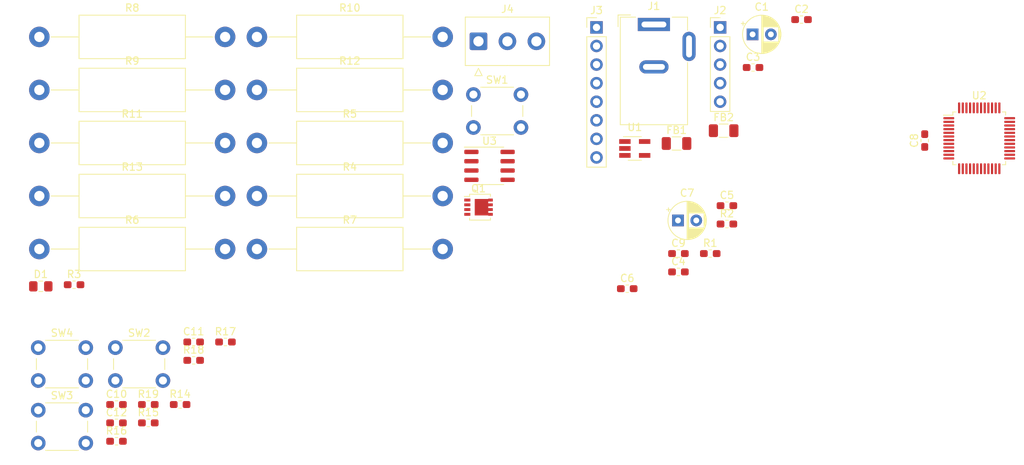
<source format=kicad_pcb>
(kicad_pcb (version 20171130) (host pcbnew "(5.1.6)-1")

  (general
    (thickness 1.6)
    (drawings 0)
    (tracks 0)
    (zones 0)
    (modules 46)
    (nets 24)
  )

  (page A4)
  (layers
    (0 F.Cu signal)
    (31 B.Cu signal)
    (32 B.Adhes user)
    (33 F.Adhes user)
    (34 B.Paste user)
    (35 F.Paste user)
    (36 B.SilkS user)
    (37 F.SilkS user)
    (38 B.Mask user)
    (39 F.Mask user)
    (40 Dwgs.User user)
    (41 Cmts.User user)
    (42 Eco1.User user)
    (43 Eco2.User user)
    (44 Edge.Cuts user)
    (45 Margin user)
    (46 B.CrtYd user)
    (47 F.CrtYd user)
    (48 B.Fab user)
    (49 F.Fab user)
  )

  (setup
    (last_trace_width 0.25)
    (trace_clearance 0.2)
    (zone_clearance 0.508)
    (zone_45_only no)
    (trace_min 0.2)
    (via_size 0.8)
    (via_drill 0.4)
    (via_min_size 0.4)
    (via_min_drill 0.3)
    (uvia_size 0.3)
    (uvia_drill 0.1)
    (uvias_allowed no)
    (uvia_min_size 0.2)
    (uvia_min_drill 0.1)
    (edge_width 0.05)
    (segment_width 0.2)
    (pcb_text_width 0.3)
    (pcb_text_size 1.5 1.5)
    (mod_edge_width 0.12)
    (mod_text_size 1 1)
    (mod_text_width 0.15)
    (pad_size 1.524 1.524)
    (pad_drill 0.762)
    (pad_to_mask_clearance 0.05)
    (aux_axis_origin 0 0)
    (visible_elements FFFFFF7F)
    (pcbplotparams
      (layerselection 0x010fc_ffffffff)
      (usegerberextensions false)
      (usegerberattributes true)
      (usegerberadvancedattributes true)
      (creategerberjobfile true)
      (excludeedgelayer true)
      (linewidth 0.100000)
      (plotframeref false)
      (viasonmask false)
      (mode 1)
      (useauxorigin false)
      (hpglpennumber 1)
      (hpglpenspeed 20)
      (hpglpendiameter 15.000000)
      (psnegative false)
      (psa4output false)
      (plotreference true)
      (plotvalue true)
      (plotinvisibletext false)
      (padsonsilk false)
      (subtractmaskfromsilk false)
      (outputformat 1)
      (mirror false)
      (drillshape 1)
      (scaleselection 1)
      (outputdirectory ""))
  )

  (net 0 "")
  (net 1 GND)
  (net 2 +12V)
  (net 3 +3V3)
  (net 4 /Buttons/BUTT_A)
  (net 5 /Buttons/BUTT_B)
  (net 6 /Buttons/BUTT_C)
  (net 7 "Net-(D1-Pad2)")
  (net 8 VDDA)
  (net 9 GNDA)
  (net 10 /MCU/~RST)
  (net 11 /MCU/SWDIO)
  (net 12 /MCU/SWDCLK)
  (net 13 /MCU/OLED_RST)
  (net 14 /MCU/SCL)
  (net 15 /MCU/SDA)
  (net 16 VCC)
  (net 17 "Net-(Q1-Pad4)")
  (net 18 /CurrentControl/ADC)
  (net 19 "Net-(R1-Pad1)")
  (net 20 "Net-(R3-Pad1)")
  (net 21 "Net-(R14-Pad2)")
  (net 22 "Net-(R15-Pad2)")
  (net 23 "Net-(R16-Pad2)")

  (net_class Default "This is the default net class."
    (clearance 0.2)
    (trace_width 0.25)
    (via_dia 0.8)
    (via_drill 0.4)
    (uvia_dia 0.3)
    (uvia_drill 0.1)
    (add_net +12V)
    (add_net +3V3)
    (add_net /Buttons/BUTT_A)
    (add_net /Buttons/BUTT_B)
    (add_net /Buttons/BUTT_C)
    (add_net /CurrentControl/ADC)
    (add_net /CurrentControl/PWM)
    (add_net /MCU/OLED_RST)
    (add_net /MCU/SCL)
    (add_net /MCU/SDA)
    (add_net /MCU/SWDCLK)
    (add_net /MCU/SWDIO)
    (add_net /MCU/~RST)
    (add_net GND)
    (add_net GNDA)
    (add_net "Net-(D1-Pad2)")
    (add_net "Net-(J3-Pad3)")
    (add_net "Net-(J3-Pad5)")
    (add_net "Net-(J3-Pad7)")
    (add_net "Net-(J4-Pad2)")
    (add_net "Net-(Q1-Pad4)")
    (add_net "Net-(R1-Pad1)")
    (add_net "Net-(R14-Pad2)")
    (add_net "Net-(R15-Pad2)")
    (add_net "Net-(R16-Pad2)")
    (add_net "Net-(R3-Pad1)")
    (add_net "Net-(U1-Pad4)")
    (add_net "Net-(U2-Pad1)")
    (add_net "Net-(U2-Pad11)")
    (add_net "Net-(U2-Pad12)")
    (add_net "Net-(U2-Pad13)")
    (add_net "Net-(U2-Pad18)")
    (add_net "Net-(U2-Pad19)")
    (add_net "Net-(U2-Pad2)")
    (add_net "Net-(U2-Pad20)")
    (add_net "Net-(U2-Pad21)")
    (add_net "Net-(U2-Pad22)")
    (add_net "Net-(U2-Pad25)")
    (add_net "Net-(U2-Pad26)")
    (add_net "Net-(U2-Pad27)")
    (add_net "Net-(U2-Pad28)")
    (add_net "Net-(U2-Pad29)")
    (add_net "Net-(U2-Pad3)")
    (add_net "Net-(U2-Pad30)")
    (add_net "Net-(U2-Pad31)")
    (add_net "Net-(U2-Pad32)")
    (add_net "Net-(U2-Pad33)")
    (add_net "Net-(U2-Pad38)")
    (add_net "Net-(U2-Pad39)")
    (add_net "Net-(U2-Pad4)")
    (add_net "Net-(U2-Pad40)")
    (add_net "Net-(U2-Pad41)")
    (add_net "Net-(U2-Pad45)")
    (add_net "Net-(U2-Pad46)")
    (add_net "Net-(U2-Pad5)")
    (add_net "Net-(U2-Pad6)")
    (add_net VCC)
    (add_net VDDA)
  )

  (module Package_SO:SOIC-8_3.9x4.9mm_P1.27mm (layer F.Cu) (tedit 5D9F72B1) (tstamp 5F7C83E6)
    (at 115.642825 83.2072)
    (descr "SOIC, 8 Pin (JEDEC MS-012AA, https://www.analog.com/media/en/package-pcb-resources/package/pkg_pdf/soic_narrow-r/r_8.pdf), generated with kicad-footprint-generator ipc_gullwing_generator.py")
    (tags "SOIC SO")
    (path /5F7C24CB/5F7E0E8E)
    (attr smd)
    (fp_text reference U3 (at 0 -3.4) (layer F.SilkS)
      (effects (font (size 1 1) (thickness 0.15)))
    )
    (fp_text value MCP14A0302 (at 0 3.4) (layer F.Fab)
      (effects (font (size 1 1) (thickness 0.15)))
    )
    (fp_text user %R (at 0 0) (layer F.Fab)
      (effects (font (size 0.98 0.98) (thickness 0.15)))
    )
    (fp_line (start 0 2.56) (end 1.95 2.56) (layer F.SilkS) (width 0.12))
    (fp_line (start 0 2.56) (end -1.95 2.56) (layer F.SilkS) (width 0.12))
    (fp_line (start 0 -2.56) (end 1.95 -2.56) (layer F.SilkS) (width 0.12))
    (fp_line (start 0 -2.56) (end -3.45 -2.56) (layer F.SilkS) (width 0.12))
    (fp_line (start -0.975 -2.45) (end 1.95 -2.45) (layer F.Fab) (width 0.1))
    (fp_line (start 1.95 -2.45) (end 1.95 2.45) (layer F.Fab) (width 0.1))
    (fp_line (start 1.95 2.45) (end -1.95 2.45) (layer F.Fab) (width 0.1))
    (fp_line (start -1.95 2.45) (end -1.95 -1.475) (layer F.Fab) (width 0.1))
    (fp_line (start -1.95 -1.475) (end -0.975 -2.45) (layer F.Fab) (width 0.1))
    (fp_line (start -3.7 -2.7) (end -3.7 2.7) (layer F.CrtYd) (width 0.05))
    (fp_line (start -3.7 2.7) (end 3.7 2.7) (layer F.CrtYd) (width 0.05))
    (fp_line (start 3.7 2.7) (end 3.7 -2.7) (layer F.CrtYd) (width 0.05))
    (fp_line (start 3.7 -2.7) (end -3.7 -2.7) (layer F.CrtYd) (width 0.05))
    (pad 8 smd roundrect (at 2.475 -1.905) (size 1.95 0.6) (layers F.Cu F.Paste F.Mask) (roundrect_rratio 0.25)
      (net 2 +12V))
    (pad 7 smd roundrect (at 2.475 -0.635) (size 1.95 0.6) (layers F.Cu F.Paste F.Mask) (roundrect_rratio 0.25)
      (net 17 "Net-(Q1-Pad4)"))
    (pad 6 smd roundrect (at 2.475 0.635) (size 1.95 0.6) (layers F.Cu F.Paste F.Mask) (roundrect_rratio 0.25)
      (net 17 "Net-(Q1-Pad4)"))
    (pad 5 smd roundrect (at 2.475 1.905) (size 1.95 0.6) (layers F.Cu F.Paste F.Mask) (roundrect_rratio 0.25)
      (net 1 GND))
    (pad 4 smd roundrect (at -2.475 1.905) (size 1.95 0.6) (layers F.Cu F.Paste F.Mask) (roundrect_rratio 0.25)
      (net 1 GND))
    (pad 3 smd roundrect (at -2.475 0.635) (size 1.95 0.6) (layers F.Cu F.Paste F.Mask) (roundrect_rratio 0.25)
      (net 20 "Net-(R3-Pad1)"))
    (pad 2 smd roundrect (at -2.475 -0.635) (size 1.95 0.6) (layers F.Cu F.Paste F.Mask) (roundrect_rratio 0.25))
    (pad 1 smd roundrect (at -2.475 -1.905) (size 1.95 0.6) (layers F.Cu F.Paste F.Mask) (roundrect_rratio 0.25)
      (net 2 +12V))
    (model ${KISYS3DMOD}/Package_SO.3dshapes/SOIC-8_3.9x4.9mm_P1.27mm.wrl
      (at (xyz 0 0 0))
      (scale (xyz 1 1 1))
      (rotate (xyz 0 0 0))
    )
  )

  (module Package_QFP:LQFP-48_7x7mm_P0.5mm (layer F.Cu) (tedit 5D9F72AF) (tstamp 5F7C83CC)
    (at 182.6006 79.4385)
    (descr "LQFP, 48 Pin (https://www.analog.com/media/en/technical-documentation/data-sheets/ltc2358-16.pdf), generated with kicad-footprint-generator ipc_gullwing_generator.py")
    (tags "LQFP QFP")
    (path /5F7B3BD2/5F7B3DDF)
    (attr smd)
    (fp_text reference U2 (at 0 -5.85) (layer F.SilkS)
      (effects (font (size 1 1) (thickness 0.15)))
    )
    (fp_text value STM32F102C8Tx (at 0 5.85) (layer F.Fab)
      (effects (font (size 1 1) (thickness 0.15)))
    )
    (fp_text user %R (at 0 0) (layer F.Fab)
      (effects (font (size 1 1) (thickness 0.15)))
    )
    (fp_line (start 3.16 3.61) (end 3.61 3.61) (layer F.SilkS) (width 0.12))
    (fp_line (start 3.61 3.61) (end 3.61 3.16) (layer F.SilkS) (width 0.12))
    (fp_line (start -3.16 3.61) (end -3.61 3.61) (layer F.SilkS) (width 0.12))
    (fp_line (start -3.61 3.61) (end -3.61 3.16) (layer F.SilkS) (width 0.12))
    (fp_line (start 3.16 -3.61) (end 3.61 -3.61) (layer F.SilkS) (width 0.12))
    (fp_line (start 3.61 -3.61) (end 3.61 -3.16) (layer F.SilkS) (width 0.12))
    (fp_line (start -3.16 -3.61) (end -3.61 -3.61) (layer F.SilkS) (width 0.12))
    (fp_line (start -3.61 -3.61) (end -3.61 -3.16) (layer F.SilkS) (width 0.12))
    (fp_line (start -3.61 -3.16) (end -4.9 -3.16) (layer F.SilkS) (width 0.12))
    (fp_line (start -2.5 -3.5) (end 3.5 -3.5) (layer F.Fab) (width 0.1))
    (fp_line (start 3.5 -3.5) (end 3.5 3.5) (layer F.Fab) (width 0.1))
    (fp_line (start 3.5 3.5) (end -3.5 3.5) (layer F.Fab) (width 0.1))
    (fp_line (start -3.5 3.5) (end -3.5 -2.5) (layer F.Fab) (width 0.1))
    (fp_line (start -3.5 -2.5) (end -2.5 -3.5) (layer F.Fab) (width 0.1))
    (fp_line (start 0 -5.15) (end -3.15 -5.15) (layer F.CrtYd) (width 0.05))
    (fp_line (start -3.15 -5.15) (end -3.15 -3.75) (layer F.CrtYd) (width 0.05))
    (fp_line (start -3.15 -3.75) (end -3.75 -3.75) (layer F.CrtYd) (width 0.05))
    (fp_line (start -3.75 -3.75) (end -3.75 -3.15) (layer F.CrtYd) (width 0.05))
    (fp_line (start -3.75 -3.15) (end -5.15 -3.15) (layer F.CrtYd) (width 0.05))
    (fp_line (start -5.15 -3.15) (end -5.15 0) (layer F.CrtYd) (width 0.05))
    (fp_line (start 0 -5.15) (end 3.15 -5.15) (layer F.CrtYd) (width 0.05))
    (fp_line (start 3.15 -5.15) (end 3.15 -3.75) (layer F.CrtYd) (width 0.05))
    (fp_line (start 3.15 -3.75) (end 3.75 -3.75) (layer F.CrtYd) (width 0.05))
    (fp_line (start 3.75 -3.75) (end 3.75 -3.15) (layer F.CrtYd) (width 0.05))
    (fp_line (start 3.75 -3.15) (end 5.15 -3.15) (layer F.CrtYd) (width 0.05))
    (fp_line (start 5.15 -3.15) (end 5.15 0) (layer F.CrtYd) (width 0.05))
    (fp_line (start 0 5.15) (end -3.15 5.15) (layer F.CrtYd) (width 0.05))
    (fp_line (start -3.15 5.15) (end -3.15 3.75) (layer F.CrtYd) (width 0.05))
    (fp_line (start -3.15 3.75) (end -3.75 3.75) (layer F.CrtYd) (width 0.05))
    (fp_line (start -3.75 3.75) (end -3.75 3.15) (layer F.CrtYd) (width 0.05))
    (fp_line (start -3.75 3.15) (end -5.15 3.15) (layer F.CrtYd) (width 0.05))
    (fp_line (start -5.15 3.15) (end -5.15 0) (layer F.CrtYd) (width 0.05))
    (fp_line (start 0 5.15) (end 3.15 5.15) (layer F.CrtYd) (width 0.05))
    (fp_line (start 3.15 5.15) (end 3.15 3.75) (layer F.CrtYd) (width 0.05))
    (fp_line (start 3.15 3.75) (end 3.75 3.75) (layer F.CrtYd) (width 0.05))
    (fp_line (start 3.75 3.75) (end 3.75 3.15) (layer F.CrtYd) (width 0.05))
    (fp_line (start 3.75 3.15) (end 5.15 3.15) (layer F.CrtYd) (width 0.05))
    (fp_line (start 5.15 3.15) (end 5.15 0) (layer F.CrtYd) (width 0.05))
    (pad 48 smd roundrect (at -2.75 -4.1625) (size 0.3 1.475) (layers F.Cu F.Paste F.Mask) (roundrect_rratio 0.25)
      (net 3 +3V3))
    (pad 47 smd roundrect (at -2.25 -4.1625) (size 0.3 1.475) (layers F.Cu F.Paste F.Mask) (roundrect_rratio 0.25)
      (net 1 GND))
    (pad 46 smd roundrect (at -1.75 -4.1625) (size 0.3 1.475) (layers F.Cu F.Paste F.Mask) (roundrect_rratio 0.25))
    (pad 45 smd roundrect (at -1.25 -4.1625) (size 0.3 1.475) (layers F.Cu F.Paste F.Mask) (roundrect_rratio 0.25))
    (pad 44 smd roundrect (at -0.75 -4.1625) (size 0.3 1.475) (layers F.Cu F.Paste F.Mask) (roundrect_rratio 0.25)
      (net 19 "Net-(R1-Pad1)"))
    (pad 43 smd roundrect (at -0.25 -4.1625) (size 0.3 1.475) (layers F.Cu F.Paste F.Mask) (roundrect_rratio 0.25)
      (net 15 /MCU/SDA))
    (pad 42 smd roundrect (at 0.25 -4.1625) (size 0.3 1.475) (layers F.Cu F.Paste F.Mask) (roundrect_rratio 0.25)
      (net 14 /MCU/SCL))
    (pad 41 smd roundrect (at 0.75 -4.1625) (size 0.3 1.475) (layers F.Cu F.Paste F.Mask) (roundrect_rratio 0.25))
    (pad 40 smd roundrect (at 1.25 -4.1625) (size 0.3 1.475) (layers F.Cu F.Paste F.Mask) (roundrect_rratio 0.25))
    (pad 39 smd roundrect (at 1.75 -4.1625) (size 0.3 1.475) (layers F.Cu F.Paste F.Mask) (roundrect_rratio 0.25))
    (pad 38 smd roundrect (at 2.25 -4.1625) (size 0.3 1.475) (layers F.Cu F.Paste F.Mask) (roundrect_rratio 0.25))
    (pad 37 smd roundrect (at 2.75 -4.1625) (size 0.3 1.475) (layers F.Cu F.Paste F.Mask) (roundrect_rratio 0.25)
      (net 12 /MCU/SWDCLK))
    (pad 36 smd roundrect (at 4.1625 -2.75) (size 1.475 0.3) (layers F.Cu F.Paste F.Mask) (roundrect_rratio 0.25)
      (net 3 +3V3))
    (pad 35 smd roundrect (at 4.1625 -2.25) (size 1.475 0.3) (layers F.Cu F.Paste F.Mask) (roundrect_rratio 0.25)
      (net 1 GND))
    (pad 34 smd roundrect (at 4.1625 -1.75) (size 1.475 0.3) (layers F.Cu F.Paste F.Mask) (roundrect_rratio 0.25)
      (net 11 /MCU/SWDIO))
    (pad 33 smd roundrect (at 4.1625 -1.25) (size 1.475 0.3) (layers F.Cu F.Paste F.Mask) (roundrect_rratio 0.25))
    (pad 32 smd roundrect (at 4.1625 -0.75) (size 1.475 0.3) (layers F.Cu F.Paste F.Mask) (roundrect_rratio 0.25))
    (pad 31 smd roundrect (at 4.1625 -0.25) (size 1.475 0.3) (layers F.Cu F.Paste F.Mask) (roundrect_rratio 0.25))
    (pad 30 smd roundrect (at 4.1625 0.25) (size 1.475 0.3) (layers F.Cu F.Paste F.Mask) (roundrect_rratio 0.25))
    (pad 29 smd roundrect (at 4.1625 0.75) (size 1.475 0.3) (layers F.Cu F.Paste F.Mask) (roundrect_rratio 0.25))
    (pad 28 smd roundrect (at 4.1625 1.25) (size 1.475 0.3) (layers F.Cu F.Paste F.Mask) (roundrect_rratio 0.25))
    (pad 27 smd roundrect (at 4.1625 1.75) (size 1.475 0.3) (layers F.Cu F.Paste F.Mask) (roundrect_rratio 0.25))
    (pad 26 smd roundrect (at 4.1625 2.25) (size 1.475 0.3) (layers F.Cu F.Paste F.Mask) (roundrect_rratio 0.25))
    (pad 25 smd roundrect (at 4.1625 2.75) (size 1.475 0.3) (layers F.Cu F.Paste F.Mask) (roundrect_rratio 0.25))
    (pad 24 smd roundrect (at 2.75 4.1625) (size 0.3 1.475) (layers F.Cu F.Paste F.Mask) (roundrect_rratio 0.25)
      (net 3 +3V3))
    (pad 23 smd roundrect (at 2.25 4.1625) (size 0.3 1.475) (layers F.Cu F.Paste F.Mask) (roundrect_rratio 0.25)
      (net 1 GND))
    (pad 22 smd roundrect (at 1.75 4.1625) (size 0.3 1.475) (layers F.Cu F.Paste F.Mask) (roundrect_rratio 0.25))
    (pad 21 smd roundrect (at 1.25 4.1625) (size 0.3 1.475) (layers F.Cu F.Paste F.Mask) (roundrect_rratio 0.25))
    (pad 20 smd roundrect (at 0.75 4.1625) (size 0.3 1.475) (layers F.Cu F.Paste F.Mask) (roundrect_rratio 0.25))
    (pad 19 smd roundrect (at 0.25 4.1625) (size 0.3 1.475) (layers F.Cu F.Paste F.Mask) (roundrect_rratio 0.25))
    (pad 18 smd roundrect (at -0.25 4.1625) (size 0.3 1.475) (layers F.Cu F.Paste F.Mask) (roundrect_rratio 0.25))
    (pad 17 smd roundrect (at -0.75 4.1625) (size 0.3 1.475) (layers F.Cu F.Paste F.Mask) (roundrect_rratio 0.25)
      (net 6 /Buttons/BUTT_C))
    (pad 16 smd roundrect (at -1.25 4.1625) (size 0.3 1.475) (layers F.Cu F.Paste F.Mask) (roundrect_rratio 0.25)
      (net 5 /Buttons/BUTT_B))
    (pad 15 smd roundrect (at -1.75 4.1625) (size 0.3 1.475) (layers F.Cu F.Paste F.Mask) (roundrect_rratio 0.25)
      (net 4 /Buttons/BUTT_A))
    (pad 14 smd roundrect (at -2.25 4.1625) (size 0.3 1.475) (layers F.Cu F.Paste F.Mask) (roundrect_rratio 0.25)
      (net 13 /MCU/OLED_RST))
    (pad 13 smd roundrect (at -2.75 4.1625) (size 0.3 1.475) (layers F.Cu F.Paste F.Mask) (roundrect_rratio 0.25))
    (pad 12 smd roundrect (at -4.1625 2.75) (size 1.475 0.3) (layers F.Cu F.Paste F.Mask) (roundrect_rratio 0.25))
    (pad 11 smd roundrect (at -4.1625 2.25) (size 1.475 0.3) (layers F.Cu F.Paste F.Mask) (roundrect_rratio 0.25))
    (pad 10 smd roundrect (at -4.1625 1.75) (size 1.475 0.3) (layers F.Cu F.Paste F.Mask) (roundrect_rratio 0.25)
      (net 18 /CurrentControl/ADC))
    (pad 9 smd roundrect (at -4.1625 1.25) (size 1.475 0.3) (layers F.Cu F.Paste F.Mask) (roundrect_rratio 0.25)
      (net 8 VDDA))
    (pad 8 smd roundrect (at -4.1625 0.75) (size 1.475 0.3) (layers F.Cu F.Paste F.Mask) (roundrect_rratio 0.25)
      (net 1 GND))
    (pad 7 smd roundrect (at -4.1625 0.25) (size 1.475 0.3) (layers F.Cu F.Paste F.Mask) (roundrect_rratio 0.25)
      (net 10 /MCU/~RST))
    (pad 6 smd roundrect (at -4.1625 -0.25) (size 1.475 0.3) (layers F.Cu F.Paste F.Mask) (roundrect_rratio 0.25))
    (pad 5 smd roundrect (at -4.1625 -0.75) (size 1.475 0.3) (layers F.Cu F.Paste F.Mask) (roundrect_rratio 0.25))
    (pad 4 smd roundrect (at -4.1625 -1.25) (size 1.475 0.3) (layers F.Cu F.Paste F.Mask) (roundrect_rratio 0.25))
    (pad 3 smd roundrect (at -4.1625 -1.75) (size 1.475 0.3) (layers F.Cu F.Paste F.Mask) (roundrect_rratio 0.25))
    (pad 2 smd roundrect (at -4.1625 -2.25) (size 1.475 0.3) (layers F.Cu F.Paste F.Mask) (roundrect_rratio 0.25))
    (pad 1 smd roundrect (at -4.1625 -2.75) (size 1.475 0.3) (layers F.Cu F.Paste F.Mask) (roundrect_rratio 0.25))
    (model ${KISYS3DMOD}/Package_QFP.3dshapes/LQFP-48_7x7mm_P0.5mm.wrl
      (at (xyz 0 0 0))
      (scale (xyz 1 1 1))
      (rotate (xyz 0 0 0))
    )
  )

  (module Package_TO_SOT_SMD:SOT-23-5_HandSoldering (layer F.Cu) (tedit 5A0AB76C) (tstamp 5F7C8371)
    (at 135.502825 80.8272)
    (descr "5-pin SOT23 package")
    (tags "SOT-23-5 hand-soldering")
    (path /5F7C00A5)
    (attr smd)
    (fp_text reference U1 (at 0 -2.9) (layer F.SilkS)
      (effects (font (size 1 1) (thickness 0.15)))
    )
    (fp_text value AP2210K-3.3 (at 0 2.9) (layer F.Fab)
      (effects (font (size 1 1) (thickness 0.15)))
    )
    (fp_text user %R (at 0 0 90) (layer F.Fab)
      (effects (font (size 0.5 0.5) (thickness 0.075)))
    )
    (fp_line (start -0.9 1.61) (end 0.9 1.61) (layer F.SilkS) (width 0.12))
    (fp_line (start 0.9 -1.61) (end -1.55 -1.61) (layer F.SilkS) (width 0.12))
    (fp_line (start -0.9 -0.9) (end -0.25 -1.55) (layer F.Fab) (width 0.1))
    (fp_line (start 0.9 -1.55) (end -0.25 -1.55) (layer F.Fab) (width 0.1))
    (fp_line (start -0.9 -0.9) (end -0.9 1.55) (layer F.Fab) (width 0.1))
    (fp_line (start 0.9 1.55) (end -0.9 1.55) (layer F.Fab) (width 0.1))
    (fp_line (start 0.9 -1.55) (end 0.9 1.55) (layer F.Fab) (width 0.1))
    (fp_line (start -2.38 -1.8) (end 2.38 -1.8) (layer F.CrtYd) (width 0.05))
    (fp_line (start -2.38 -1.8) (end -2.38 1.8) (layer F.CrtYd) (width 0.05))
    (fp_line (start 2.38 1.8) (end 2.38 -1.8) (layer F.CrtYd) (width 0.05))
    (fp_line (start 2.38 1.8) (end -2.38 1.8) (layer F.CrtYd) (width 0.05))
    (pad 5 smd rect (at 1.35 -0.95) (size 1.56 0.65) (layers F.Cu F.Paste F.Mask)
      (net 3 +3V3))
    (pad 4 smd rect (at 1.35 0.95) (size 1.56 0.65) (layers F.Cu F.Paste F.Mask))
    (pad 3 smd rect (at -1.35 0.95) (size 1.56 0.65) (layers F.Cu F.Paste F.Mask)
      (net 2 +12V))
    (pad 2 smd rect (at -1.35 0) (size 1.56 0.65) (layers F.Cu F.Paste F.Mask)
      (net 1 GND))
    (pad 1 smd rect (at -1.35 -0.95) (size 1.56 0.65) (layers F.Cu F.Paste F.Mask)
      (net 2 +12V))
    (model ${KISYS3DMOD}/Package_TO_SOT_SMD.3dshapes/SOT-23-5.wrl
      (at (xyz 0 0 0))
      (scale (xyz 1 1 1))
      (rotate (xyz 0 0 0))
    )
  )

  (module Button_Switch_THT:SW_PUSH_6mm_H4.3mm (layer F.Cu) (tedit 5A02FE31) (tstamp 5F7C835C)
    (at 53.942825 108.0572)
    (descr "tactile push button, 6x6mm e.g. PHAP33xx series, height=4.3mm")
    (tags "tact sw push 6mm")
    (path /5F81B35F/5F81C623)
    (fp_text reference SW4 (at 3.25 -2) (layer F.SilkS)
      (effects (font (size 1 1) (thickness 0.15)))
    )
    (fp_text value SW_Push (at 3.75 6.7) (layer F.Fab)
      (effects (font (size 1 1) (thickness 0.15)))
    )
    (fp_text user %R (at 3.25 2.25) (layer F.Fab)
      (effects (font (size 1 1) (thickness 0.15)))
    )
    (fp_line (start 3.25 -0.75) (end 6.25 -0.75) (layer F.Fab) (width 0.1))
    (fp_line (start 6.25 -0.75) (end 6.25 5.25) (layer F.Fab) (width 0.1))
    (fp_line (start 6.25 5.25) (end 0.25 5.25) (layer F.Fab) (width 0.1))
    (fp_line (start 0.25 5.25) (end 0.25 -0.75) (layer F.Fab) (width 0.1))
    (fp_line (start 0.25 -0.75) (end 3.25 -0.75) (layer F.Fab) (width 0.1))
    (fp_line (start 7.75 6) (end 8 6) (layer F.CrtYd) (width 0.05))
    (fp_line (start 8 6) (end 8 5.75) (layer F.CrtYd) (width 0.05))
    (fp_line (start 7.75 -1.5) (end 8 -1.5) (layer F.CrtYd) (width 0.05))
    (fp_line (start 8 -1.5) (end 8 -1.25) (layer F.CrtYd) (width 0.05))
    (fp_line (start -1.5 -1.25) (end -1.5 -1.5) (layer F.CrtYd) (width 0.05))
    (fp_line (start -1.5 -1.5) (end -1.25 -1.5) (layer F.CrtYd) (width 0.05))
    (fp_line (start -1.5 5.75) (end -1.5 6) (layer F.CrtYd) (width 0.05))
    (fp_line (start -1.5 6) (end -1.25 6) (layer F.CrtYd) (width 0.05))
    (fp_line (start -1.25 -1.5) (end 7.75 -1.5) (layer F.CrtYd) (width 0.05))
    (fp_line (start -1.5 5.75) (end -1.5 -1.25) (layer F.CrtYd) (width 0.05))
    (fp_line (start 7.75 6) (end -1.25 6) (layer F.CrtYd) (width 0.05))
    (fp_line (start 8 -1.25) (end 8 5.75) (layer F.CrtYd) (width 0.05))
    (fp_line (start 1 5.5) (end 5.5 5.5) (layer F.SilkS) (width 0.12))
    (fp_line (start -0.25 1.5) (end -0.25 3) (layer F.SilkS) (width 0.12))
    (fp_line (start 5.5 -1) (end 1 -1) (layer F.SilkS) (width 0.12))
    (fp_line (start 6.75 3) (end 6.75 1.5) (layer F.SilkS) (width 0.12))
    (fp_circle (center 3.25 2.25) (end 1.25 2.5) (layer F.Fab) (width 0.1))
    (pad 1 thru_hole circle (at 6.5 0 90) (size 2 2) (drill 1.1) (layers *.Cu *.Mask)
      (net 1 GND))
    (pad 2 thru_hole circle (at 6.5 4.5 90) (size 2 2) (drill 1.1) (layers *.Cu *.Mask)
      (net 23 "Net-(R16-Pad2)"))
    (pad 1 thru_hole circle (at 0 0 90) (size 2 2) (drill 1.1) (layers *.Cu *.Mask)
      (net 1 GND))
    (pad 2 thru_hole circle (at 0 4.5 90) (size 2 2) (drill 1.1) (layers *.Cu *.Mask)
      (net 23 "Net-(R16-Pad2)"))
    (model ${KISYS3DMOD}/Button_Switch_THT.3dshapes/SW_PUSH_6mm_H4.3mm.wrl
      (at (xyz 0 0 0))
      (scale (xyz 1 1 1))
      (rotate (xyz 0 0 0))
    )
  )

  (module Button_Switch_THT:SW_PUSH_6mm_H4.3mm (layer F.Cu) (tedit 5A02FE31) (tstamp 5F7C833D)
    (at 53.942825 116.6072)
    (descr "tactile push button, 6x6mm e.g. PHAP33xx series, height=4.3mm")
    (tags "tact sw push 6mm")
    (path /5F81B35F/5F81C2E5)
    (fp_text reference SW3 (at 3.25 -2) (layer F.SilkS)
      (effects (font (size 1 1) (thickness 0.15)))
    )
    (fp_text value SW_Push (at 3.75 6.7) (layer F.Fab)
      (effects (font (size 1 1) (thickness 0.15)))
    )
    (fp_text user %R (at 3.25 2.25) (layer F.Fab)
      (effects (font (size 1 1) (thickness 0.15)))
    )
    (fp_line (start 3.25 -0.75) (end 6.25 -0.75) (layer F.Fab) (width 0.1))
    (fp_line (start 6.25 -0.75) (end 6.25 5.25) (layer F.Fab) (width 0.1))
    (fp_line (start 6.25 5.25) (end 0.25 5.25) (layer F.Fab) (width 0.1))
    (fp_line (start 0.25 5.25) (end 0.25 -0.75) (layer F.Fab) (width 0.1))
    (fp_line (start 0.25 -0.75) (end 3.25 -0.75) (layer F.Fab) (width 0.1))
    (fp_line (start 7.75 6) (end 8 6) (layer F.CrtYd) (width 0.05))
    (fp_line (start 8 6) (end 8 5.75) (layer F.CrtYd) (width 0.05))
    (fp_line (start 7.75 -1.5) (end 8 -1.5) (layer F.CrtYd) (width 0.05))
    (fp_line (start 8 -1.5) (end 8 -1.25) (layer F.CrtYd) (width 0.05))
    (fp_line (start -1.5 -1.25) (end -1.5 -1.5) (layer F.CrtYd) (width 0.05))
    (fp_line (start -1.5 -1.5) (end -1.25 -1.5) (layer F.CrtYd) (width 0.05))
    (fp_line (start -1.5 5.75) (end -1.5 6) (layer F.CrtYd) (width 0.05))
    (fp_line (start -1.5 6) (end -1.25 6) (layer F.CrtYd) (width 0.05))
    (fp_line (start -1.25 -1.5) (end 7.75 -1.5) (layer F.CrtYd) (width 0.05))
    (fp_line (start -1.5 5.75) (end -1.5 -1.25) (layer F.CrtYd) (width 0.05))
    (fp_line (start 7.75 6) (end -1.25 6) (layer F.CrtYd) (width 0.05))
    (fp_line (start 8 -1.25) (end 8 5.75) (layer F.CrtYd) (width 0.05))
    (fp_line (start 1 5.5) (end 5.5 5.5) (layer F.SilkS) (width 0.12))
    (fp_line (start -0.25 1.5) (end -0.25 3) (layer F.SilkS) (width 0.12))
    (fp_line (start 5.5 -1) (end 1 -1) (layer F.SilkS) (width 0.12))
    (fp_line (start 6.75 3) (end 6.75 1.5) (layer F.SilkS) (width 0.12))
    (fp_circle (center 3.25 2.25) (end 1.25 2.5) (layer F.Fab) (width 0.1))
    (pad 1 thru_hole circle (at 6.5 0 90) (size 2 2) (drill 1.1) (layers *.Cu *.Mask)
      (net 1 GND))
    (pad 2 thru_hole circle (at 6.5 4.5 90) (size 2 2) (drill 1.1) (layers *.Cu *.Mask)
      (net 22 "Net-(R15-Pad2)"))
    (pad 1 thru_hole circle (at 0 0 90) (size 2 2) (drill 1.1) (layers *.Cu *.Mask)
      (net 1 GND))
    (pad 2 thru_hole circle (at 0 4.5 90) (size 2 2) (drill 1.1) (layers *.Cu *.Mask)
      (net 22 "Net-(R15-Pad2)"))
    (model ${KISYS3DMOD}/Button_Switch_THT.3dshapes/SW_PUSH_6mm_H4.3mm.wrl
      (at (xyz 0 0 0))
      (scale (xyz 1 1 1))
      (rotate (xyz 0 0 0))
    )
  )

  (module Button_Switch_THT:SW_PUSH_6mm_H4.3mm (layer F.Cu) (tedit 5A02FE31) (tstamp 5F7C831E)
    (at 64.492825 108.0572)
    (descr "tactile push button, 6x6mm e.g. PHAP33xx series, height=4.3mm")
    (tags "tact sw push 6mm")
    (path /5F81B35F/5F81BAF2)
    (fp_text reference SW2 (at 3.25 -2) (layer F.SilkS)
      (effects (font (size 1 1) (thickness 0.15)))
    )
    (fp_text value SW_Push (at 3.75 6.7) (layer F.Fab)
      (effects (font (size 1 1) (thickness 0.15)))
    )
    (fp_text user %R (at 3.25 2.25) (layer F.Fab)
      (effects (font (size 1 1) (thickness 0.15)))
    )
    (fp_line (start 3.25 -0.75) (end 6.25 -0.75) (layer F.Fab) (width 0.1))
    (fp_line (start 6.25 -0.75) (end 6.25 5.25) (layer F.Fab) (width 0.1))
    (fp_line (start 6.25 5.25) (end 0.25 5.25) (layer F.Fab) (width 0.1))
    (fp_line (start 0.25 5.25) (end 0.25 -0.75) (layer F.Fab) (width 0.1))
    (fp_line (start 0.25 -0.75) (end 3.25 -0.75) (layer F.Fab) (width 0.1))
    (fp_line (start 7.75 6) (end 8 6) (layer F.CrtYd) (width 0.05))
    (fp_line (start 8 6) (end 8 5.75) (layer F.CrtYd) (width 0.05))
    (fp_line (start 7.75 -1.5) (end 8 -1.5) (layer F.CrtYd) (width 0.05))
    (fp_line (start 8 -1.5) (end 8 -1.25) (layer F.CrtYd) (width 0.05))
    (fp_line (start -1.5 -1.25) (end -1.5 -1.5) (layer F.CrtYd) (width 0.05))
    (fp_line (start -1.5 -1.5) (end -1.25 -1.5) (layer F.CrtYd) (width 0.05))
    (fp_line (start -1.5 5.75) (end -1.5 6) (layer F.CrtYd) (width 0.05))
    (fp_line (start -1.5 6) (end -1.25 6) (layer F.CrtYd) (width 0.05))
    (fp_line (start -1.25 -1.5) (end 7.75 -1.5) (layer F.CrtYd) (width 0.05))
    (fp_line (start -1.5 5.75) (end -1.5 -1.25) (layer F.CrtYd) (width 0.05))
    (fp_line (start 7.75 6) (end -1.25 6) (layer F.CrtYd) (width 0.05))
    (fp_line (start 8 -1.25) (end 8 5.75) (layer F.CrtYd) (width 0.05))
    (fp_line (start 1 5.5) (end 5.5 5.5) (layer F.SilkS) (width 0.12))
    (fp_line (start -0.25 1.5) (end -0.25 3) (layer F.SilkS) (width 0.12))
    (fp_line (start 5.5 -1) (end 1 -1) (layer F.SilkS) (width 0.12))
    (fp_line (start 6.75 3) (end 6.75 1.5) (layer F.SilkS) (width 0.12))
    (fp_circle (center 3.25 2.25) (end 1.25 2.5) (layer F.Fab) (width 0.1))
    (pad 1 thru_hole circle (at 6.5 0 90) (size 2 2) (drill 1.1) (layers *.Cu *.Mask)
      (net 1 GND))
    (pad 2 thru_hole circle (at 6.5 4.5 90) (size 2 2) (drill 1.1) (layers *.Cu *.Mask)
      (net 21 "Net-(R14-Pad2)"))
    (pad 1 thru_hole circle (at 0 0 90) (size 2 2) (drill 1.1) (layers *.Cu *.Mask)
      (net 1 GND))
    (pad 2 thru_hole circle (at 0 4.5 90) (size 2 2) (drill 1.1) (layers *.Cu *.Mask)
      (net 21 "Net-(R14-Pad2)"))
    (model ${KISYS3DMOD}/Button_Switch_THT.3dshapes/SW_PUSH_6mm_H4.3mm.wrl
      (at (xyz 0 0 0))
      (scale (xyz 1 1 1))
      (rotate (xyz 0 0 0))
    )
  )

  (module Button_Switch_THT:SW_PUSH_6mm_H4.3mm (layer F.Cu) (tedit 5A02FE31) (tstamp 5F7C82FF)
    (at 113.442825 73.4572)
    (descr "tactile push button, 6x6mm e.g. PHAP33xx series, height=4.3mm")
    (tags "tact sw push 6mm")
    (path /5F7C24CB/5F7E4AEC)
    (fp_text reference SW1 (at 3.25 -2) (layer F.SilkS)
      (effects (font (size 1 1) (thickness 0.15)))
    )
    (fp_text value SW_SPST (at 3.75 6.7) (layer F.Fab)
      (effects (font (size 1 1) (thickness 0.15)))
    )
    (fp_text user %R (at 3.25 2.25) (layer F.Fab)
      (effects (font (size 1 1) (thickness 0.15)))
    )
    (fp_line (start 3.25 -0.75) (end 6.25 -0.75) (layer F.Fab) (width 0.1))
    (fp_line (start 6.25 -0.75) (end 6.25 5.25) (layer F.Fab) (width 0.1))
    (fp_line (start 6.25 5.25) (end 0.25 5.25) (layer F.Fab) (width 0.1))
    (fp_line (start 0.25 5.25) (end 0.25 -0.75) (layer F.Fab) (width 0.1))
    (fp_line (start 0.25 -0.75) (end 3.25 -0.75) (layer F.Fab) (width 0.1))
    (fp_line (start 7.75 6) (end 8 6) (layer F.CrtYd) (width 0.05))
    (fp_line (start 8 6) (end 8 5.75) (layer F.CrtYd) (width 0.05))
    (fp_line (start 7.75 -1.5) (end 8 -1.5) (layer F.CrtYd) (width 0.05))
    (fp_line (start 8 -1.5) (end 8 -1.25) (layer F.CrtYd) (width 0.05))
    (fp_line (start -1.5 -1.25) (end -1.5 -1.5) (layer F.CrtYd) (width 0.05))
    (fp_line (start -1.5 -1.5) (end -1.25 -1.5) (layer F.CrtYd) (width 0.05))
    (fp_line (start -1.5 5.75) (end -1.5 6) (layer F.CrtYd) (width 0.05))
    (fp_line (start -1.5 6) (end -1.25 6) (layer F.CrtYd) (width 0.05))
    (fp_line (start -1.25 -1.5) (end 7.75 -1.5) (layer F.CrtYd) (width 0.05))
    (fp_line (start -1.5 5.75) (end -1.5 -1.25) (layer F.CrtYd) (width 0.05))
    (fp_line (start 7.75 6) (end -1.25 6) (layer F.CrtYd) (width 0.05))
    (fp_line (start 8 -1.25) (end 8 5.75) (layer F.CrtYd) (width 0.05))
    (fp_line (start 1 5.5) (end 5.5 5.5) (layer F.SilkS) (width 0.12))
    (fp_line (start -0.25 1.5) (end -0.25 3) (layer F.SilkS) (width 0.12))
    (fp_line (start 5.5 -1) (end 1 -1) (layer F.SilkS) (width 0.12))
    (fp_line (start 6.75 3) (end 6.75 1.5) (layer F.SilkS) (width 0.12))
    (fp_circle (center 3.25 2.25) (end 1.25 2.5) (layer F.Fab) (width 0.1))
    (pad 1 thru_hole circle (at 6.5 0 90) (size 2 2) (drill 1.1) (layers *.Cu *.Mask)
      (net 20 "Net-(R3-Pad1)"))
    (pad 2 thru_hole circle (at 6.5 4.5 90) (size 2 2) (drill 1.1) (layers *.Cu *.Mask)
      (net 2 +12V))
    (pad 1 thru_hole circle (at 0 0 90) (size 2 2) (drill 1.1) (layers *.Cu *.Mask)
      (net 20 "Net-(R3-Pad1)"))
    (pad 2 thru_hole circle (at 0 4.5 90) (size 2 2) (drill 1.1) (layers *.Cu *.Mask)
      (net 2 +12V))
    (model ${KISYS3DMOD}/Button_Switch_THT.3dshapes/SW_PUSH_6mm_H4.3mm.wrl
      (at (xyz 0 0 0))
      (scale (xyz 1 1 1))
      (rotate (xyz 0 0 0))
    )
  )

  (module Resistor_SMD:R_0603_1608Metric_Pad1.05x0.95mm_HandSolder (layer F.Cu) (tedit 5B301BBD) (tstamp 5F7C82E0)
    (at 68.992825 115.8372)
    (descr "Resistor SMD 0603 (1608 Metric), square (rectangular) end terminal, IPC_7351 nominal with elongated pad for handsoldering. (Body size source: http://www.tortai-tech.com/upload/download/2011102023233369053.pdf), generated with kicad-footprint-generator")
    (tags "resistor handsolder")
    (path /5F81B35F/5F82183D)
    (attr smd)
    (fp_text reference R19 (at 0 -1.43) (layer F.SilkS)
      (effects (font (size 1 1) (thickness 0.15)))
    )
    (fp_text value 1K (at 0 1.43) (layer F.Fab)
      (effects (font (size 1 1) (thickness 0.15)))
    )
    (fp_text user %R (at 0 0) (layer F.Fab)
      (effects (font (size 0.4 0.4) (thickness 0.06)))
    )
    (fp_line (start -0.8 0.4) (end -0.8 -0.4) (layer F.Fab) (width 0.1))
    (fp_line (start -0.8 -0.4) (end 0.8 -0.4) (layer F.Fab) (width 0.1))
    (fp_line (start 0.8 -0.4) (end 0.8 0.4) (layer F.Fab) (width 0.1))
    (fp_line (start 0.8 0.4) (end -0.8 0.4) (layer F.Fab) (width 0.1))
    (fp_line (start -0.171267 -0.51) (end 0.171267 -0.51) (layer F.SilkS) (width 0.12))
    (fp_line (start -0.171267 0.51) (end 0.171267 0.51) (layer F.SilkS) (width 0.12))
    (fp_line (start -1.65 0.73) (end -1.65 -0.73) (layer F.CrtYd) (width 0.05))
    (fp_line (start -1.65 -0.73) (end 1.65 -0.73) (layer F.CrtYd) (width 0.05))
    (fp_line (start 1.65 -0.73) (end 1.65 0.73) (layer F.CrtYd) (width 0.05))
    (fp_line (start 1.65 0.73) (end -1.65 0.73) (layer F.CrtYd) (width 0.05))
    (pad 2 smd roundrect (at 0.875 0) (size 1.05 0.95) (layers F.Cu F.Paste F.Mask) (roundrect_rratio 0.25)
      (net 3 +3V3))
    (pad 1 smd roundrect (at -0.875 0) (size 1.05 0.95) (layers F.Cu F.Paste F.Mask) (roundrect_rratio 0.25)
      (net 6 /Buttons/BUTT_C))
    (model ${KISYS3DMOD}/Resistor_SMD.3dshapes/R_0603_1608Metric.wrl
      (at (xyz 0 0 0))
      (scale (xyz 1 1 1))
      (rotate (xyz 0 0 0))
    )
  )

  (module Resistor_SMD:R_0603_1608Metric_Pad1.05x0.95mm_HandSolder (layer F.Cu) (tedit 5B301BBD) (tstamp 5F7C82CF)
    (at 75.192825 109.7972)
    (descr "Resistor SMD 0603 (1608 Metric), square (rectangular) end terminal, IPC_7351 nominal with elongated pad for handsoldering. (Body size source: http://www.tortai-tech.com/upload/download/2011102023233369053.pdf), generated with kicad-footprint-generator")
    (tags "resistor handsolder")
    (path /5F81B35F/5F8213CA)
    (attr smd)
    (fp_text reference R18 (at 0 -1.43) (layer F.SilkS)
      (effects (font (size 1 1) (thickness 0.15)))
    )
    (fp_text value 1K (at 0 1.43) (layer F.Fab)
      (effects (font (size 1 1) (thickness 0.15)))
    )
    (fp_text user %R (at 0 0) (layer F.Fab)
      (effects (font (size 0.4 0.4) (thickness 0.06)))
    )
    (fp_line (start -0.8 0.4) (end -0.8 -0.4) (layer F.Fab) (width 0.1))
    (fp_line (start -0.8 -0.4) (end 0.8 -0.4) (layer F.Fab) (width 0.1))
    (fp_line (start 0.8 -0.4) (end 0.8 0.4) (layer F.Fab) (width 0.1))
    (fp_line (start 0.8 0.4) (end -0.8 0.4) (layer F.Fab) (width 0.1))
    (fp_line (start -0.171267 -0.51) (end 0.171267 -0.51) (layer F.SilkS) (width 0.12))
    (fp_line (start -0.171267 0.51) (end 0.171267 0.51) (layer F.SilkS) (width 0.12))
    (fp_line (start -1.65 0.73) (end -1.65 -0.73) (layer F.CrtYd) (width 0.05))
    (fp_line (start -1.65 -0.73) (end 1.65 -0.73) (layer F.CrtYd) (width 0.05))
    (fp_line (start 1.65 -0.73) (end 1.65 0.73) (layer F.CrtYd) (width 0.05))
    (fp_line (start 1.65 0.73) (end -1.65 0.73) (layer F.CrtYd) (width 0.05))
    (pad 2 smd roundrect (at 0.875 0) (size 1.05 0.95) (layers F.Cu F.Paste F.Mask) (roundrect_rratio 0.25)
      (net 3 +3V3))
    (pad 1 smd roundrect (at -0.875 0) (size 1.05 0.95) (layers F.Cu F.Paste F.Mask) (roundrect_rratio 0.25)
      (net 5 /Buttons/BUTT_B))
    (model ${KISYS3DMOD}/Resistor_SMD.3dshapes/R_0603_1608Metric.wrl
      (at (xyz 0 0 0))
      (scale (xyz 1 1 1))
      (rotate (xyz 0 0 0))
    )
  )

  (module Resistor_SMD:R_0603_1608Metric_Pad1.05x0.95mm_HandSolder (layer F.Cu) (tedit 5B301BBD) (tstamp 5F7C82BE)
    (at 79.542825 107.2872)
    (descr "Resistor SMD 0603 (1608 Metric), square (rectangular) end terminal, IPC_7351 nominal with elongated pad for handsoldering. (Body size source: http://www.tortai-tech.com/upload/download/2011102023233369053.pdf), generated with kicad-footprint-generator")
    (tags "resistor handsolder")
    (path /5F81B35F/5F820ED6)
    (attr smd)
    (fp_text reference R17 (at 0 -1.43) (layer F.SilkS)
      (effects (font (size 1 1) (thickness 0.15)))
    )
    (fp_text value 1K (at 0 1.43) (layer F.Fab)
      (effects (font (size 1 1) (thickness 0.15)))
    )
    (fp_text user %R (at 0 0) (layer F.Fab)
      (effects (font (size 0.4 0.4) (thickness 0.06)))
    )
    (fp_line (start -0.8 0.4) (end -0.8 -0.4) (layer F.Fab) (width 0.1))
    (fp_line (start -0.8 -0.4) (end 0.8 -0.4) (layer F.Fab) (width 0.1))
    (fp_line (start 0.8 -0.4) (end 0.8 0.4) (layer F.Fab) (width 0.1))
    (fp_line (start 0.8 0.4) (end -0.8 0.4) (layer F.Fab) (width 0.1))
    (fp_line (start -0.171267 -0.51) (end 0.171267 -0.51) (layer F.SilkS) (width 0.12))
    (fp_line (start -0.171267 0.51) (end 0.171267 0.51) (layer F.SilkS) (width 0.12))
    (fp_line (start -1.65 0.73) (end -1.65 -0.73) (layer F.CrtYd) (width 0.05))
    (fp_line (start -1.65 -0.73) (end 1.65 -0.73) (layer F.CrtYd) (width 0.05))
    (fp_line (start 1.65 -0.73) (end 1.65 0.73) (layer F.CrtYd) (width 0.05))
    (fp_line (start 1.65 0.73) (end -1.65 0.73) (layer F.CrtYd) (width 0.05))
    (pad 2 smd roundrect (at 0.875 0) (size 1.05 0.95) (layers F.Cu F.Paste F.Mask) (roundrect_rratio 0.25)
      (net 3 +3V3))
    (pad 1 smd roundrect (at -0.875 0) (size 1.05 0.95) (layers F.Cu F.Paste F.Mask) (roundrect_rratio 0.25)
      (net 4 /Buttons/BUTT_A))
    (model ${KISYS3DMOD}/Resistor_SMD.3dshapes/R_0603_1608Metric.wrl
      (at (xyz 0 0 0))
      (scale (xyz 1 1 1))
      (rotate (xyz 0 0 0))
    )
  )

  (module Resistor_SMD:R_0603_1608Metric_Pad1.05x0.95mm_HandSolder (layer F.Cu) (tedit 5B301BBD) (tstamp 5F7C82AD)
    (at 64.642825 120.8572)
    (descr "Resistor SMD 0603 (1608 Metric), square (rectangular) end terminal, IPC_7351 nominal with elongated pad for handsoldering. (Body size source: http://www.tortai-tech.com/upload/download/2011102023233369053.pdf), generated with kicad-footprint-generator")
    (tags "resistor handsolder")
    (path /5F81B35F/5F81E057)
    (attr smd)
    (fp_text reference R16 (at 0 -1.43) (layer F.SilkS)
      (effects (font (size 1 1) (thickness 0.15)))
    )
    (fp_text value 1K (at 0 1.43) (layer F.Fab)
      (effects (font (size 1 1) (thickness 0.15)))
    )
    (fp_text user %R (at 0 0) (layer F.Fab)
      (effects (font (size 0.4 0.4) (thickness 0.06)))
    )
    (fp_line (start -0.8 0.4) (end -0.8 -0.4) (layer F.Fab) (width 0.1))
    (fp_line (start -0.8 -0.4) (end 0.8 -0.4) (layer F.Fab) (width 0.1))
    (fp_line (start 0.8 -0.4) (end 0.8 0.4) (layer F.Fab) (width 0.1))
    (fp_line (start 0.8 0.4) (end -0.8 0.4) (layer F.Fab) (width 0.1))
    (fp_line (start -0.171267 -0.51) (end 0.171267 -0.51) (layer F.SilkS) (width 0.12))
    (fp_line (start -0.171267 0.51) (end 0.171267 0.51) (layer F.SilkS) (width 0.12))
    (fp_line (start -1.65 0.73) (end -1.65 -0.73) (layer F.CrtYd) (width 0.05))
    (fp_line (start -1.65 -0.73) (end 1.65 -0.73) (layer F.CrtYd) (width 0.05))
    (fp_line (start 1.65 -0.73) (end 1.65 0.73) (layer F.CrtYd) (width 0.05))
    (fp_line (start 1.65 0.73) (end -1.65 0.73) (layer F.CrtYd) (width 0.05))
    (pad 2 smd roundrect (at 0.875 0) (size 1.05 0.95) (layers F.Cu F.Paste F.Mask) (roundrect_rratio 0.25)
      (net 23 "Net-(R16-Pad2)"))
    (pad 1 smd roundrect (at -0.875 0) (size 1.05 0.95) (layers F.Cu F.Paste F.Mask) (roundrect_rratio 0.25)
      (net 6 /Buttons/BUTT_C))
    (model ${KISYS3DMOD}/Resistor_SMD.3dshapes/R_0603_1608Metric.wrl
      (at (xyz 0 0 0))
      (scale (xyz 1 1 1))
      (rotate (xyz 0 0 0))
    )
  )

  (module Resistor_SMD:R_0603_1608Metric_Pad1.05x0.95mm_HandSolder (layer F.Cu) (tedit 5B301BBD) (tstamp 5F7C829C)
    (at 68.992825 118.3472)
    (descr "Resistor SMD 0603 (1608 Metric), square (rectangular) end terminal, IPC_7351 nominal with elongated pad for handsoldering. (Body size source: http://www.tortai-tech.com/upload/download/2011102023233369053.pdf), generated with kicad-footprint-generator")
    (tags "resistor handsolder")
    (path /5F81B35F/5F81DD10)
    (attr smd)
    (fp_text reference R15 (at 0 -1.43) (layer F.SilkS)
      (effects (font (size 1 1) (thickness 0.15)))
    )
    (fp_text value 1K (at 0 1.43) (layer F.Fab)
      (effects (font (size 1 1) (thickness 0.15)))
    )
    (fp_text user %R (at 0 0) (layer F.Fab)
      (effects (font (size 0.4 0.4) (thickness 0.06)))
    )
    (fp_line (start -0.8 0.4) (end -0.8 -0.4) (layer F.Fab) (width 0.1))
    (fp_line (start -0.8 -0.4) (end 0.8 -0.4) (layer F.Fab) (width 0.1))
    (fp_line (start 0.8 -0.4) (end 0.8 0.4) (layer F.Fab) (width 0.1))
    (fp_line (start 0.8 0.4) (end -0.8 0.4) (layer F.Fab) (width 0.1))
    (fp_line (start -0.171267 -0.51) (end 0.171267 -0.51) (layer F.SilkS) (width 0.12))
    (fp_line (start -0.171267 0.51) (end 0.171267 0.51) (layer F.SilkS) (width 0.12))
    (fp_line (start -1.65 0.73) (end -1.65 -0.73) (layer F.CrtYd) (width 0.05))
    (fp_line (start -1.65 -0.73) (end 1.65 -0.73) (layer F.CrtYd) (width 0.05))
    (fp_line (start 1.65 -0.73) (end 1.65 0.73) (layer F.CrtYd) (width 0.05))
    (fp_line (start 1.65 0.73) (end -1.65 0.73) (layer F.CrtYd) (width 0.05))
    (pad 2 smd roundrect (at 0.875 0) (size 1.05 0.95) (layers F.Cu F.Paste F.Mask) (roundrect_rratio 0.25)
      (net 22 "Net-(R15-Pad2)"))
    (pad 1 smd roundrect (at -0.875 0) (size 1.05 0.95) (layers F.Cu F.Paste F.Mask) (roundrect_rratio 0.25)
      (net 5 /Buttons/BUTT_B))
    (model ${KISYS3DMOD}/Resistor_SMD.3dshapes/R_0603_1608Metric.wrl
      (at (xyz 0 0 0))
      (scale (xyz 1 1 1))
      (rotate (xyz 0 0 0))
    )
  )

  (module Resistor_SMD:R_0603_1608Metric_Pad1.05x0.95mm_HandSolder (layer F.Cu) (tedit 5B301BBD) (tstamp 5F7C828B)
    (at 73.342825 115.8372)
    (descr "Resistor SMD 0603 (1608 Metric), square (rectangular) end terminal, IPC_7351 nominal with elongated pad for handsoldering. (Body size source: http://www.tortai-tech.com/upload/download/2011102023233369053.pdf), generated with kicad-footprint-generator")
    (tags "resistor handsolder")
    (path /5F81B35F/5F81D440)
    (attr smd)
    (fp_text reference R14 (at 0 -1.43) (layer F.SilkS)
      (effects (font (size 1 1) (thickness 0.15)))
    )
    (fp_text value 1K (at 0 1.43) (layer F.Fab)
      (effects (font (size 1 1) (thickness 0.15)))
    )
    (fp_text user %R (at 0 0) (layer F.Fab)
      (effects (font (size 0.4 0.4) (thickness 0.06)))
    )
    (fp_line (start -0.8 0.4) (end -0.8 -0.4) (layer F.Fab) (width 0.1))
    (fp_line (start -0.8 -0.4) (end 0.8 -0.4) (layer F.Fab) (width 0.1))
    (fp_line (start 0.8 -0.4) (end 0.8 0.4) (layer F.Fab) (width 0.1))
    (fp_line (start 0.8 0.4) (end -0.8 0.4) (layer F.Fab) (width 0.1))
    (fp_line (start -0.171267 -0.51) (end 0.171267 -0.51) (layer F.SilkS) (width 0.12))
    (fp_line (start -0.171267 0.51) (end 0.171267 0.51) (layer F.SilkS) (width 0.12))
    (fp_line (start -1.65 0.73) (end -1.65 -0.73) (layer F.CrtYd) (width 0.05))
    (fp_line (start -1.65 -0.73) (end 1.65 -0.73) (layer F.CrtYd) (width 0.05))
    (fp_line (start 1.65 -0.73) (end 1.65 0.73) (layer F.CrtYd) (width 0.05))
    (fp_line (start 1.65 0.73) (end -1.65 0.73) (layer F.CrtYd) (width 0.05))
    (pad 2 smd roundrect (at 0.875 0) (size 1.05 0.95) (layers F.Cu F.Paste F.Mask) (roundrect_rratio 0.25)
      (net 21 "Net-(R14-Pad2)"))
    (pad 1 smd roundrect (at -0.875 0) (size 1.05 0.95) (layers F.Cu F.Paste F.Mask) (roundrect_rratio 0.25)
      (net 4 /Buttons/BUTT_A))
    (model ${KISYS3DMOD}/Resistor_SMD.3dshapes/R_0603_1608Metric.wrl
      (at (xyz 0 0 0))
      (scale (xyz 1 1 1))
      (rotate (xyz 0 0 0))
    )
  )

  (module Resistor_THT:R_Axial_DIN0614_L14.3mm_D5.7mm_P25.40mm_Horizontal (layer F.Cu) (tedit 5AE5139B) (tstamp 5F7C827A)
    (at 54.092825 87.3272)
    (descr "Resistor, Axial_DIN0614 series, Axial, Horizontal, pin pitch=25.4mm, 1.5W, length*diameter=14.3*5.7mm^2")
    (tags "Resistor Axial_DIN0614 series Axial Horizontal pin pitch 25.4mm 1.5W length 14.3mm diameter 5.7mm")
    (path /5F7C24CB/5F842C79)
    (fp_text reference R13 (at 12.7 -3.97) (layer F.SilkS)
      (effects (font (size 1 1) (thickness 0.15)))
    )
    (fp_text value 3 (at 12.7 3.97) (layer F.Fab)
      (effects (font (size 1 1) (thickness 0.15)))
    )
    (fp_text user %R (at 12.7 0) (layer F.Fab)
      (effects (font (size 1 1) (thickness 0.15)))
    )
    (fp_line (start 5.55 -2.85) (end 5.55 2.85) (layer F.Fab) (width 0.1))
    (fp_line (start 5.55 2.85) (end 19.85 2.85) (layer F.Fab) (width 0.1))
    (fp_line (start 19.85 2.85) (end 19.85 -2.85) (layer F.Fab) (width 0.1))
    (fp_line (start 19.85 -2.85) (end 5.55 -2.85) (layer F.Fab) (width 0.1))
    (fp_line (start 0 0) (end 5.55 0) (layer F.Fab) (width 0.1))
    (fp_line (start 25.4 0) (end 19.85 0) (layer F.Fab) (width 0.1))
    (fp_line (start 5.43 -2.97) (end 5.43 2.97) (layer F.SilkS) (width 0.12))
    (fp_line (start 5.43 2.97) (end 19.97 2.97) (layer F.SilkS) (width 0.12))
    (fp_line (start 19.97 2.97) (end 19.97 -2.97) (layer F.SilkS) (width 0.12))
    (fp_line (start 19.97 -2.97) (end 5.43 -2.97) (layer F.SilkS) (width 0.12))
    (fp_line (start 1.64 0) (end 5.43 0) (layer F.SilkS) (width 0.12))
    (fp_line (start 23.76 0) (end 19.97 0) (layer F.SilkS) (width 0.12))
    (fp_line (start -1.65 -3.1) (end -1.65 3.1) (layer F.CrtYd) (width 0.05))
    (fp_line (start -1.65 3.1) (end 27.05 3.1) (layer F.CrtYd) (width 0.05))
    (fp_line (start 27.05 3.1) (end 27.05 -3.1) (layer F.CrtYd) (width 0.05))
    (fp_line (start 27.05 -3.1) (end -1.65 -3.1) (layer F.CrtYd) (width 0.05))
    (pad 2 thru_hole oval (at 25.4 0) (size 2.8 2.8) (drill 1.4) (layers *.Cu *.Mask)
      (net 9 GNDA))
    (pad 1 thru_hole circle (at 0 0) (size 2.8 2.8) (drill 1.4) (layers *.Cu *.Mask)
      (net 18 /CurrentControl/ADC))
    (model ${KISYS3DMOD}/Resistor_THT.3dshapes/R_Axial_DIN0614_L14.3mm_D5.7mm_P25.40mm_Horizontal.wrl
      (at (xyz 0 0 0))
      (scale (xyz 1 1 1))
      (rotate (xyz 0 0 0))
    )
  )

  (module Resistor_THT:R_Axial_DIN0614_L14.3mm_D5.7mm_P25.40mm_Horizontal (layer F.Cu) (tedit 5AE5139B) (tstamp 5F7C8263)
    (at 83.842825 72.8272)
    (descr "Resistor, Axial_DIN0614 series, Axial, Horizontal, pin pitch=25.4mm, 1.5W, length*diameter=14.3*5.7mm^2")
    (tags "Resistor Axial_DIN0614 series Axial Horizontal pin pitch 25.4mm 1.5W length 14.3mm diameter 5.7mm")
    (path /5F7C24CB/5F84294E)
    (fp_text reference R12 (at 12.7 -3.97) (layer F.SilkS)
      (effects (font (size 1 1) (thickness 0.15)))
    )
    (fp_text value 3 (at 12.7 3.97) (layer F.Fab)
      (effects (font (size 1 1) (thickness 0.15)))
    )
    (fp_text user %R (at 12.7 0) (layer F.Fab)
      (effects (font (size 1 1) (thickness 0.15)))
    )
    (fp_line (start 5.55 -2.85) (end 5.55 2.85) (layer F.Fab) (width 0.1))
    (fp_line (start 5.55 2.85) (end 19.85 2.85) (layer F.Fab) (width 0.1))
    (fp_line (start 19.85 2.85) (end 19.85 -2.85) (layer F.Fab) (width 0.1))
    (fp_line (start 19.85 -2.85) (end 5.55 -2.85) (layer F.Fab) (width 0.1))
    (fp_line (start 0 0) (end 5.55 0) (layer F.Fab) (width 0.1))
    (fp_line (start 25.4 0) (end 19.85 0) (layer F.Fab) (width 0.1))
    (fp_line (start 5.43 -2.97) (end 5.43 2.97) (layer F.SilkS) (width 0.12))
    (fp_line (start 5.43 2.97) (end 19.97 2.97) (layer F.SilkS) (width 0.12))
    (fp_line (start 19.97 2.97) (end 19.97 -2.97) (layer F.SilkS) (width 0.12))
    (fp_line (start 19.97 -2.97) (end 5.43 -2.97) (layer F.SilkS) (width 0.12))
    (fp_line (start 1.64 0) (end 5.43 0) (layer F.SilkS) (width 0.12))
    (fp_line (start 23.76 0) (end 19.97 0) (layer F.SilkS) (width 0.12))
    (fp_line (start -1.65 -3.1) (end -1.65 3.1) (layer F.CrtYd) (width 0.05))
    (fp_line (start -1.65 3.1) (end 27.05 3.1) (layer F.CrtYd) (width 0.05))
    (fp_line (start 27.05 3.1) (end 27.05 -3.1) (layer F.CrtYd) (width 0.05))
    (fp_line (start 27.05 -3.1) (end -1.65 -3.1) (layer F.CrtYd) (width 0.05))
    (pad 2 thru_hole oval (at 25.4 0) (size 2.8 2.8) (drill 1.4) (layers *.Cu *.Mask)
      (net 9 GNDA))
    (pad 1 thru_hole circle (at 0 0) (size 2.8 2.8) (drill 1.4) (layers *.Cu *.Mask)
      (net 18 /CurrentControl/ADC))
    (model ${KISYS3DMOD}/Resistor_THT.3dshapes/R_Axial_DIN0614_L14.3mm_D5.7mm_P25.40mm_Horizontal.wrl
      (at (xyz 0 0 0))
      (scale (xyz 1 1 1))
      (rotate (xyz 0 0 0))
    )
  )

  (module Resistor_THT:R_Axial_DIN0614_L14.3mm_D5.7mm_P25.40mm_Horizontal (layer F.Cu) (tedit 5AE5139B) (tstamp 5F7C824C)
    (at 54.092825 80.0772)
    (descr "Resistor, Axial_DIN0614 series, Axial, Horizontal, pin pitch=25.4mm, 1.5W, length*diameter=14.3*5.7mm^2")
    (tags "Resistor Axial_DIN0614 series Axial Horizontal pin pitch 25.4mm 1.5W length 14.3mm diameter 5.7mm")
    (path /5F7C24CB/5F842649)
    (fp_text reference R11 (at 12.7 -3.97) (layer F.SilkS)
      (effects (font (size 1 1) (thickness 0.15)))
    )
    (fp_text value 3 (at 12.7 3.97) (layer F.Fab)
      (effects (font (size 1 1) (thickness 0.15)))
    )
    (fp_text user %R (at 12.7 0) (layer F.Fab)
      (effects (font (size 1 1) (thickness 0.15)))
    )
    (fp_line (start 5.55 -2.85) (end 5.55 2.85) (layer F.Fab) (width 0.1))
    (fp_line (start 5.55 2.85) (end 19.85 2.85) (layer F.Fab) (width 0.1))
    (fp_line (start 19.85 2.85) (end 19.85 -2.85) (layer F.Fab) (width 0.1))
    (fp_line (start 19.85 -2.85) (end 5.55 -2.85) (layer F.Fab) (width 0.1))
    (fp_line (start 0 0) (end 5.55 0) (layer F.Fab) (width 0.1))
    (fp_line (start 25.4 0) (end 19.85 0) (layer F.Fab) (width 0.1))
    (fp_line (start 5.43 -2.97) (end 5.43 2.97) (layer F.SilkS) (width 0.12))
    (fp_line (start 5.43 2.97) (end 19.97 2.97) (layer F.SilkS) (width 0.12))
    (fp_line (start 19.97 2.97) (end 19.97 -2.97) (layer F.SilkS) (width 0.12))
    (fp_line (start 19.97 -2.97) (end 5.43 -2.97) (layer F.SilkS) (width 0.12))
    (fp_line (start 1.64 0) (end 5.43 0) (layer F.SilkS) (width 0.12))
    (fp_line (start 23.76 0) (end 19.97 0) (layer F.SilkS) (width 0.12))
    (fp_line (start -1.65 -3.1) (end -1.65 3.1) (layer F.CrtYd) (width 0.05))
    (fp_line (start -1.65 3.1) (end 27.05 3.1) (layer F.CrtYd) (width 0.05))
    (fp_line (start 27.05 3.1) (end 27.05 -3.1) (layer F.CrtYd) (width 0.05))
    (fp_line (start 27.05 -3.1) (end -1.65 -3.1) (layer F.CrtYd) (width 0.05))
    (pad 2 thru_hole oval (at 25.4 0) (size 2.8 2.8) (drill 1.4) (layers *.Cu *.Mask)
      (net 9 GNDA))
    (pad 1 thru_hole circle (at 0 0) (size 2.8 2.8) (drill 1.4) (layers *.Cu *.Mask)
      (net 18 /CurrentControl/ADC))
    (model ${KISYS3DMOD}/Resistor_THT.3dshapes/R_Axial_DIN0614_L14.3mm_D5.7mm_P25.40mm_Horizontal.wrl
      (at (xyz 0 0 0))
      (scale (xyz 1 1 1))
      (rotate (xyz 0 0 0))
    )
  )

  (module Resistor_THT:R_Axial_DIN0614_L14.3mm_D5.7mm_P25.40mm_Horizontal (layer F.Cu) (tedit 5AE5139B) (tstamp 5F7C8235)
    (at 83.842825 65.5772)
    (descr "Resistor, Axial_DIN0614 series, Axial, Horizontal, pin pitch=25.4mm, 1.5W, length*diameter=14.3*5.7mm^2")
    (tags "Resistor Axial_DIN0614 series Axial Horizontal pin pitch 25.4mm 1.5W length 14.3mm diameter 5.7mm")
    (path /5F7C24CB/5F8423B0)
    (fp_text reference R10 (at 12.7 -3.97) (layer F.SilkS)
      (effects (font (size 1 1) (thickness 0.15)))
    )
    (fp_text value 3 (at 12.7 3.97) (layer F.Fab)
      (effects (font (size 1 1) (thickness 0.15)))
    )
    (fp_text user %R (at 12.7 0) (layer F.Fab)
      (effects (font (size 1 1) (thickness 0.15)))
    )
    (fp_line (start 5.55 -2.85) (end 5.55 2.85) (layer F.Fab) (width 0.1))
    (fp_line (start 5.55 2.85) (end 19.85 2.85) (layer F.Fab) (width 0.1))
    (fp_line (start 19.85 2.85) (end 19.85 -2.85) (layer F.Fab) (width 0.1))
    (fp_line (start 19.85 -2.85) (end 5.55 -2.85) (layer F.Fab) (width 0.1))
    (fp_line (start 0 0) (end 5.55 0) (layer F.Fab) (width 0.1))
    (fp_line (start 25.4 0) (end 19.85 0) (layer F.Fab) (width 0.1))
    (fp_line (start 5.43 -2.97) (end 5.43 2.97) (layer F.SilkS) (width 0.12))
    (fp_line (start 5.43 2.97) (end 19.97 2.97) (layer F.SilkS) (width 0.12))
    (fp_line (start 19.97 2.97) (end 19.97 -2.97) (layer F.SilkS) (width 0.12))
    (fp_line (start 19.97 -2.97) (end 5.43 -2.97) (layer F.SilkS) (width 0.12))
    (fp_line (start 1.64 0) (end 5.43 0) (layer F.SilkS) (width 0.12))
    (fp_line (start 23.76 0) (end 19.97 0) (layer F.SilkS) (width 0.12))
    (fp_line (start -1.65 -3.1) (end -1.65 3.1) (layer F.CrtYd) (width 0.05))
    (fp_line (start -1.65 3.1) (end 27.05 3.1) (layer F.CrtYd) (width 0.05))
    (fp_line (start 27.05 3.1) (end 27.05 -3.1) (layer F.CrtYd) (width 0.05))
    (fp_line (start 27.05 -3.1) (end -1.65 -3.1) (layer F.CrtYd) (width 0.05))
    (pad 2 thru_hole oval (at 25.4 0) (size 2.8 2.8) (drill 1.4) (layers *.Cu *.Mask)
      (net 9 GNDA))
    (pad 1 thru_hole circle (at 0 0) (size 2.8 2.8) (drill 1.4) (layers *.Cu *.Mask)
      (net 18 /CurrentControl/ADC))
    (model ${KISYS3DMOD}/Resistor_THT.3dshapes/R_Axial_DIN0614_L14.3mm_D5.7mm_P25.40mm_Horizontal.wrl
      (at (xyz 0 0 0))
      (scale (xyz 1 1 1))
      (rotate (xyz 0 0 0))
    )
  )

  (module Resistor_THT:R_Axial_DIN0614_L14.3mm_D5.7mm_P25.40mm_Horizontal (layer F.Cu) (tedit 5AE5139B) (tstamp 5F7C821E)
    (at 54.092825 72.8272)
    (descr "Resistor, Axial_DIN0614 series, Axial, Horizontal, pin pitch=25.4mm, 1.5W, length*diameter=14.3*5.7mm^2")
    (tags "Resistor Axial_DIN0614 series Axial Horizontal pin pitch 25.4mm 1.5W length 14.3mm diameter 5.7mm")
    (path /5F7C24CB/5F842069)
    (fp_text reference R9 (at 12.7 -3.97) (layer F.SilkS)
      (effects (font (size 1 1) (thickness 0.15)))
    )
    (fp_text value 3 (at 12.7 3.97) (layer F.Fab)
      (effects (font (size 1 1) (thickness 0.15)))
    )
    (fp_text user %R (at 12.7 0) (layer F.Fab)
      (effects (font (size 1 1) (thickness 0.15)))
    )
    (fp_line (start 5.55 -2.85) (end 5.55 2.85) (layer F.Fab) (width 0.1))
    (fp_line (start 5.55 2.85) (end 19.85 2.85) (layer F.Fab) (width 0.1))
    (fp_line (start 19.85 2.85) (end 19.85 -2.85) (layer F.Fab) (width 0.1))
    (fp_line (start 19.85 -2.85) (end 5.55 -2.85) (layer F.Fab) (width 0.1))
    (fp_line (start 0 0) (end 5.55 0) (layer F.Fab) (width 0.1))
    (fp_line (start 25.4 0) (end 19.85 0) (layer F.Fab) (width 0.1))
    (fp_line (start 5.43 -2.97) (end 5.43 2.97) (layer F.SilkS) (width 0.12))
    (fp_line (start 5.43 2.97) (end 19.97 2.97) (layer F.SilkS) (width 0.12))
    (fp_line (start 19.97 2.97) (end 19.97 -2.97) (layer F.SilkS) (width 0.12))
    (fp_line (start 19.97 -2.97) (end 5.43 -2.97) (layer F.SilkS) (width 0.12))
    (fp_line (start 1.64 0) (end 5.43 0) (layer F.SilkS) (width 0.12))
    (fp_line (start 23.76 0) (end 19.97 0) (layer F.SilkS) (width 0.12))
    (fp_line (start -1.65 -3.1) (end -1.65 3.1) (layer F.CrtYd) (width 0.05))
    (fp_line (start -1.65 3.1) (end 27.05 3.1) (layer F.CrtYd) (width 0.05))
    (fp_line (start 27.05 3.1) (end 27.05 -3.1) (layer F.CrtYd) (width 0.05))
    (fp_line (start 27.05 -3.1) (end -1.65 -3.1) (layer F.CrtYd) (width 0.05))
    (pad 2 thru_hole oval (at 25.4 0) (size 2.8 2.8) (drill 1.4) (layers *.Cu *.Mask)
      (net 9 GNDA))
    (pad 1 thru_hole circle (at 0 0) (size 2.8 2.8) (drill 1.4) (layers *.Cu *.Mask)
      (net 18 /CurrentControl/ADC))
    (model ${KISYS3DMOD}/Resistor_THT.3dshapes/R_Axial_DIN0614_L14.3mm_D5.7mm_P25.40mm_Horizontal.wrl
      (at (xyz 0 0 0))
      (scale (xyz 1 1 1))
      (rotate (xyz 0 0 0))
    )
  )

  (module Resistor_THT:R_Axial_DIN0614_L14.3mm_D5.7mm_P25.40mm_Horizontal (layer F.Cu) (tedit 5AE5139B) (tstamp 5F7C8207)
    (at 54.092825 65.5772)
    (descr "Resistor, Axial_DIN0614 series, Axial, Horizontal, pin pitch=25.4mm, 1.5W, length*diameter=14.3*5.7mm^2")
    (tags "Resistor Axial_DIN0614 series Axial Horizontal pin pitch 25.4mm 1.5W length 14.3mm diameter 5.7mm")
    (path /5F7C24CB/5F841D48)
    (fp_text reference R8 (at 12.7 -3.97) (layer F.SilkS)
      (effects (font (size 1 1) (thickness 0.15)))
    )
    (fp_text value 3 (at 12.7 3.97) (layer F.Fab)
      (effects (font (size 1 1) (thickness 0.15)))
    )
    (fp_text user %R (at 12.7 0) (layer F.Fab)
      (effects (font (size 1 1) (thickness 0.15)))
    )
    (fp_line (start 5.55 -2.85) (end 5.55 2.85) (layer F.Fab) (width 0.1))
    (fp_line (start 5.55 2.85) (end 19.85 2.85) (layer F.Fab) (width 0.1))
    (fp_line (start 19.85 2.85) (end 19.85 -2.85) (layer F.Fab) (width 0.1))
    (fp_line (start 19.85 -2.85) (end 5.55 -2.85) (layer F.Fab) (width 0.1))
    (fp_line (start 0 0) (end 5.55 0) (layer F.Fab) (width 0.1))
    (fp_line (start 25.4 0) (end 19.85 0) (layer F.Fab) (width 0.1))
    (fp_line (start 5.43 -2.97) (end 5.43 2.97) (layer F.SilkS) (width 0.12))
    (fp_line (start 5.43 2.97) (end 19.97 2.97) (layer F.SilkS) (width 0.12))
    (fp_line (start 19.97 2.97) (end 19.97 -2.97) (layer F.SilkS) (width 0.12))
    (fp_line (start 19.97 -2.97) (end 5.43 -2.97) (layer F.SilkS) (width 0.12))
    (fp_line (start 1.64 0) (end 5.43 0) (layer F.SilkS) (width 0.12))
    (fp_line (start 23.76 0) (end 19.97 0) (layer F.SilkS) (width 0.12))
    (fp_line (start -1.65 -3.1) (end -1.65 3.1) (layer F.CrtYd) (width 0.05))
    (fp_line (start -1.65 3.1) (end 27.05 3.1) (layer F.CrtYd) (width 0.05))
    (fp_line (start 27.05 3.1) (end 27.05 -3.1) (layer F.CrtYd) (width 0.05))
    (fp_line (start 27.05 -3.1) (end -1.65 -3.1) (layer F.CrtYd) (width 0.05))
    (pad 2 thru_hole oval (at 25.4 0) (size 2.8 2.8) (drill 1.4) (layers *.Cu *.Mask)
      (net 9 GNDA))
    (pad 1 thru_hole circle (at 0 0) (size 2.8 2.8) (drill 1.4) (layers *.Cu *.Mask)
      (net 18 /CurrentControl/ADC))
    (model ${KISYS3DMOD}/Resistor_THT.3dshapes/R_Axial_DIN0614_L14.3mm_D5.7mm_P25.40mm_Horizontal.wrl
      (at (xyz 0 0 0))
      (scale (xyz 1 1 1))
      (rotate (xyz 0 0 0))
    )
  )

  (module Resistor_THT:R_Axial_DIN0614_L14.3mm_D5.7mm_P25.40mm_Horizontal (layer F.Cu) (tedit 5AE5139B) (tstamp 5F7C81F0)
    (at 83.842825 94.5772)
    (descr "Resistor, Axial_DIN0614 series, Axial, Horizontal, pin pitch=25.4mm, 1.5W, length*diameter=14.3*5.7mm^2")
    (tags "Resistor Axial_DIN0614 series Axial Horizontal pin pitch 25.4mm 1.5W length 14.3mm diameter 5.7mm")
    (path /5F7C24CB/5F8418EF)
    (fp_text reference R7 (at 12.7 -3.97) (layer F.SilkS)
      (effects (font (size 1 1) (thickness 0.15)))
    )
    (fp_text value 3 (at 12.7 3.97) (layer F.Fab)
      (effects (font (size 1 1) (thickness 0.15)))
    )
    (fp_text user %R (at 12.7 0) (layer F.Fab)
      (effects (font (size 1 1) (thickness 0.15)))
    )
    (fp_line (start 5.55 -2.85) (end 5.55 2.85) (layer F.Fab) (width 0.1))
    (fp_line (start 5.55 2.85) (end 19.85 2.85) (layer F.Fab) (width 0.1))
    (fp_line (start 19.85 2.85) (end 19.85 -2.85) (layer F.Fab) (width 0.1))
    (fp_line (start 19.85 -2.85) (end 5.55 -2.85) (layer F.Fab) (width 0.1))
    (fp_line (start 0 0) (end 5.55 0) (layer F.Fab) (width 0.1))
    (fp_line (start 25.4 0) (end 19.85 0) (layer F.Fab) (width 0.1))
    (fp_line (start 5.43 -2.97) (end 5.43 2.97) (layer F.SilkS) (width 0.12))
    (fp_line (start 5.43 2.97) (end 19.97 2.97) (layer F.SilkS) (width 0.12))
    (fp_line (start 19.97 2.97) (end 19.97 -2.97) (layer F.SilkS) (width 0.12))
    (fp_line (start 19.97 -2.97) (end 5.43 -2.97) (layer F.SilkS) (width 0.12))
    (fp_line (start 1.64 0) (end 5.43 0) (layer F.SilkS) (width 0.12))
    (fp_line (start 23.76 0) (end 19.97 0) (layer F.SilkS) (width 0.12))
    (fp_line (start -1.65 -3.1) (end -1.65 3.1) (layer F.CrtYd) (width 0.05))
    (fp_line (start -1.65 3.1) (end 27.05 3.1) (layer F.CrtYd) (width 0.05))
    (fp_line (start 27.05 3.1) (end 27.05 -3.1) (layer F.CrtYd) (width 0.05))
    (fp_line (start 27.05 -3.1) (end -1.65 -3.1) (layer F.CrtYd) (width 0.05))
    (pad 2 thru_hole oval (at 25.4 0) (size 2.8 2.8) (drill 1.4) (layers *.Cu *.Mask)
      (net 9 GNDA))
    (pad 1 thru_hole circle (at 0 0) (size 2.8 2.8) (drill 1.4) (layers *.Cu *.Mask)
      (net 18 /CurrentControl/ADC))
    (model ${KISYS3DMOD}/Resistor_THT.3dshapes/R_Axial_DIN0614_L14.3mm_D5.7mm_P25.40mm_Horizontal.wrl
      (at (xyz 0 0 0))
      (scale (xyz 1 1 1))
      (rotate (xyz 0 0 0))
    )
  )

  (module Resistor_THT:R_Axial_DIN0614_L14.3mm_D5.7mm_P25.40mm_Horizontal (layer F.Cu) (tedit 5AE5139B) (tstamp 5F7C81D9)
    (at 54.092825 94.5772)
    (descr "Resistor, Axial_DIN0614 series, Axial, Horizontal, pin pitch=25.4mm, 1.5W, length*diameter=14.3*5.7mm^2")
    (tags "Resistor Axial_DIN0614 series Axial Horizontal pin pitch 25.4mm 1.5W length 14.3mm diameter 5.7mm")
    (path /5F7C24CB/5F841590)
    (fp_text reference R6 (at 12.7 -3.97) (layer F.SilkS)
      (effects (font (size 1 1) (thickness 0.15)))
    )
    (fp_text value 3 (at 12.7 3.97) (layer F.Fab)
      (effects (font (size 1 1) (thickness 0.15)))
    )
    (fp_text user %R (at 12.7 0) (layer F.Fab)
      (effects (font (size 1 1) (thickness 0.15)))
    )
    (fp_line (start 5.55 -2.85) (end 5.55 2.85) (layer F.Fab) (width 0.1))
    (fp_line (start 5.55 2.85) (end 19.85 2.85) (layer F.Fab) (width 0.1))
    (fp_line (start 19.85 2.85) (end 19.85 -2.85) (layer F.Fab) (width 0.1))
    (fp_line (start 19.85 -2.85) (end 5.55 -2.85) (layer F.Fab) (width 0.1))
    (fp_line (start 0 0) (end 5.55 0) (layer F.Fab) (width 0.1))
    (fp_line (start 25.4 0) (end 19.85 0) (layer F.Fab) (width 0.1))
    (fp_line (start 5.43 -2.97) (end 5.43 2.97) (layer F.SilkS) (width 0.12))
    (fp_line (start 5.43 2.97) (end 19.97 2.97) (layer F.SilkS) (width 0.12))
    (fp_line (start 19.97 2.97) (end 19.97 -2.97) (layer F.SilkS) (width 0.12))
    (fp_line (start 19.97 -2.97) (end 5.43 -2.97) (layer F.SilkS) (width 0.12))
    (fp_line (start 1.64 0) (end 5.43 0) (layer F.SilkS) (width 0.12))
    (fp_line (start 23.76 0) (end 19.97 0) (layer F.SilkS) (width 0.12))
    (fp_line (start -1.65 -3.1) (end -1.65 3.1) (layer F.CrtYd) (width 0.05))
    (fp_line (start -1.65 3.1) (end 27.05 3.1) (layer F.CrtYd) (width 0.05))
    (fp_line (start 27.05 3.1) (end 27.05 -3.1) (layer F.CrtYd) (width 0.05))
    (fp_line (start 27.05 -3.1) (end -1.65 -3.1) (layer F.CrtYd) (width 0.05))
    (pad 2 thru_hole oval (at 25.4 0) (size 2.8 2.8) (drill 1.4) (layers *.Cu *.Mask)
      (net 9 GNDA))
    (pad 1 thru_hole circle (at 0 0) (size 2.8 2.8) (drill 1.4) (layers *.Cu *.Mask)
      (net 18 /CurrentControl/ADC))
    (model ${KISYS3DMOD}/Resistor_THT.3dshapes/R_Axial_DIN0614_L14.3mm_D5.7mm_P25.40mm_Horizontal.wrl
      (at (xyz 0 0 0))
      (scale (xyz 1 1 1))
      (rotate (xyz 0 0 0))
    )
  )

  (module Resistor_THT:R_Axial_DIN0614_L14.3mm_D5.7mm_P25.40mm_Horizontal (layer F.Cu) (tedit 5AE5139B) (tstamp 5F7C81C2)
    (at 83.842825 80.0772)
    (descr "Resistor, Axial_DIN0614 series, Axial, Horizontal, pin pitch=25.4mm, 1.5W, length*diameter=14.3*5.7mm^2")
    (tags "Resistor Axial_DIN0614 series Axial Horizontal pin pitch 25.4mm 1.5W length 14.3mm diameter 5.7mm")
    (path /5F7C24CB/5F842EC4)
    (fp_text reference R5 (at 12.7 -3.97) (layer F.SilkS)
      (effects (font (size 1 1) (thickness 0.15)))
    )
    (fp_text value 3 (at 12.7 3.97) (layer F.Fab)
      (effects (font (size 1 1) (thickness 0.15)))
    )
    (fp_text user %R (at 12.7 0) (layer F.Fab)
      (effects (font (size 1 1) (thickness 0.15)))
    )
    (fp_line (start 5.55 -2.85) (end 5.55 2.85) (layer F.Fab) (width 0.1))
    (fp_line (start 5.55 2.85) (end 19.85 2.85) (layer F.Fab) (width 0.1))
    (fp_line (start 19.85 2.85) (end 19.85 -2.85) (layer F.Fab) (width 0.1))
    (fp_line (start 19.85 -2.85) (end 5.55 -2.85) (layer F.Fab) (width 0.1))
    (fp_line (start 0 0) (end 5.55 0) (layer F.Fab) (width 0.1))
    (fp_line (start 25.4 0) (end 19.85 0) (layer F.Fab) (width 0.1))
    (fp_line (start 5.43 -2.97) (end 5.43 2.97) (layer F.SilkS) (width 0.12))
    (fp_line (start 5.43 2.97) (end 19.97 2.97) (layer F.SilkS) (width 0.12))
    (fp_line (start 19.97 2.97) (end 19.97 -2.97) (layer F.SilkS) (width 0.12))
    (fp_line (start 19.97 -2.97) (end 5.43 -2.97) (layer F.SilkS) (width 0.12))
    (fp_line (start 1.64 0) (end 5.43 0) (layer F.SilkS) (width 0.12))
    (fp_line (start 23.76 0) (end 19.97 0) (layer F.SilkS) (width 0.12))
    (fp_line (start -1.65 -3.1) (end -1.65 3.1) (layer F.CrtYd) (width 0.05))
    (fp_line (start -1.65 3.1) (end 27.05 3.1) (layer F.CrtYd) (width 0.05))
    (fp_line (start 27.05 3.1) (end 27.05 -3.1) (layer F.CrtYd) (width 0.05))
    (fp_line (start 27.05 -3.1) (end -1.65 -3.1) (layer F.CrtYd) (width 0.05))
    (pad 2 thru_hole oval (at 25.4 0) (size 2.8 2.8) (drill 1.4) (layers *.Cu *.Mask)
      (net 9 GNDA))
    (pad 1 thru_hole circle (at 0 0) (size 2.8 2.8) (drill 1.4) (layers *.Cu *.Mask)
      (net 18 /CurrentControl/ADC))
    (model ${KISYS3DMOD}/Resistor_THT.3dshapes/R_Axial_DIN0614_L14.3mm_D5.7mm_P25.40mm_Horizontal.wrl
      (at (xyz 0 0 0))
      (scale (xyz 1 1 1))
      (rotate (xyz 0 0 0))
    )
  )

  (module Resistor_THT:R_Axial_DIN0614_L14.3mm_D5.7mm_P25.40mm_Horizontal (layer F.Cu) (tedit 5AE5139B) (tstamp 5F7C81AB)
    (at 83.842825 87.3272)
    (descr "Resistor, Axial_DIN0614 series, Axial, Horizontal, pin pitch=25.4mm, 1.5W, length*diameter=14.3*5.7mm^2")
    (tags "Resistor Axial_DIN0614 series Axial Horizontal pin pitch 25.4mm 1.5W length 14.3mm diameter 5.7mm")
    (path /5F7C24CB/5F7C886E)
    (fp_text reference R4 (at 12.7 -3.97) (layer F.SilkS)
      (effects (font (size 1 1) (thickness 0.15)))
    )
    (fp_text value 3 (at 12.7 3.97) (layer F.Fab)
      (effects (font (size 1 1) (thickness 0.15)))
    )
    (fp_text user %R (at 12.7 0) (layer F.Fab)
      (effects (font (size 1 1) (thickness 0.15)))
    )
    (fp_line (start 5.55 -2.85) (end 5.55 2.85) (layer F.Fab) (width 0.1))
    (fp_line (start 5.55 2.85) (end 19.85 2.85) (layer F.Fab) (width 0.1))
    (fp_line (start 19.85 2.85) (end 19.85 -2.85) (layer F.Fab) (width 0.1))
    (fp_line (start 19.85 -2.85) (end 5.55 -2.85) (layer F.Fab) (width 0.1))
    (fp_line (start 0 0) (end 5.55 0) (layer F.Fab) (width 0.1))
    (fp_line (start 25.4 0) (end 19.85 0) (layer F.Fab) (width 0.1))
    (fp_line (start 5.43 -2.97) (end 5.43 2.97) (layer F.SilkS) (width 0.12))
    (fp_line (start 5.43 2.97) (end 19.97 2.97) (layer F.SilkS) (width 0.12))
    (fp_line (start 19.97 2.97) (end 19.97 -2.97) (layer F.SilkS) (width 0.12))
    (fp_line (start 19.97 -2.97) (end 5.43 -2.97) (layer F.SilkS) (width 0.12))
    (fp_line (start 1.64 0) (end 5.43 0) (layer F.SilkS) (width 0.12))
    (fp_line (start 23.76 0) (end 19.97 0) (layer F.SilkS) (width 0.12))
    (fp_line (start -1.65 -3.1) (end -1.65 3.1) (layer F.CrtYd) (width 0.05))
    (fp_line (start -1.65 3.1) (end 27.05 3.1) (layer F.CrtYd) (width 0.05))
    (fp_line (start 27.05 3.1) (end 27.05 -3.1) (layer F.CrtYd) (width 0.05))
    (fp_line (start 27.05 -3.1) (end -1.65 -3.1) (layer F.CrtYd) (width 0.05))
    (pad 2 thru_hole oval (at 25.4 0) (size 2.8 2.8) (drill 1.4) (layers *.Cu *.Mask)
      (net 9 GNDA))
    (pad 1 thru_hole circle (at 0 0) (size 2.8 2.8) (drill 1.4) (layers *.Cu *.Mask)
      (net 18 /CurrentControl/ADC))
    (model ${KISYS3DMOD}/Resistor_THT.3dshapes/R_Axial_DIN0614_L14.3mm_D5.7mm_P25.40mm_Horizontal.wrl
      (at (xyz 0 0 0))
      (scale (xyz 1 1 1))
      (rotate (xyz 0 0 0))
    )
  )

  (module Resistor_SMD:R_0603_1608Metric_Pad1.05x0.95mm_HandSolder (layer F.Cu) (tedit 5B301BBD) (tstamp 5F7C8194)
    (at 58.842825 99.4572)
    (descr "Resistor SMD 0603 (1608 Metric), square (rectangular) end terminal, IPC_7351 nominal with elongated pad for handsoldering. (Body size source: http://www.tortai-tech.com/upload/download/2011102023233369053.pdf), generated with kicad-footprint-generator")
    (tags "resistor handsolder")
    (path /5F7C24CB/5F7EA31C)
    (attr smd)
    (fp_text reference R3 (at 0 -1.43) (layer F.SilkS)
      (effects (font (size 1 1) (thickness 0.15)))
    )
    (fp_text value 1K (at 0 1.43) (layer F.Fab)
      (effects (font (size 1 1) (thickness 0.15)))
    )
    (fp_text user %R (at 0 0) (layer F.Fab)
      (effects (font (size 0.4 0.4) (thickness 0.06)))
    )
    (fp_line (start -0.8 0.4) (end -0.8 -0.4) (layer F.Fab) (width 0.1))
    (fp_line (start -0.8 -0.4) (end 0.8 -0.4) (layer F.Fab) (width 0.1))
    (fp_line (start 0.8 -0.4) (end 0.8 0.4) (layer F.Fab) (width 0.1))
    (fp_line (start 0.8 0.4) (end -0.8 0.4) (layer F.Fab) (width 0.1))
    (fp_line (start -0.171267 -0.51) (end 0.171267 -0.51) (layer F.SilkS) (width 0.12))
    (fp_line (start -0.171267 0.51) (end 0.171267 0.51) (layer F.SilkS) (width 0.12))
    (fp_line (start -1.65 0.73) (end -1.65 -0.73) (layer F.CrtYd) (width 0.05))
    (fp_line (start -1.65 -0.73) (end 1.65 -0.73) (layer F.CrtYd) (width 0.05))
    (fp_line (start 1.65 -0.73) (end 1.65 0.73) (layer F.CrtYd) (width 0.05))
    (fp_line (start 1.65 0.73) (end -1.65 0.73) (layer F.CrtYd) (width 0.05))
    (pad 2 smd roundrect (at 0.875 0) (size 1.05 0.95) (layers F.Cu F.Paste F.Mask) (roundrect_rratio 0.25)
      (net 7 "Net-(D1-Pad2)"))
    (pad 1 smd roundrect (at -0.875 0) (size 1.05 0.95) (layers F.Cu F.Paste F.Mask) (roundrect_rratio 0.25)
      (net 20 "Net-(R3-Pad1)"))
    (model ${KISYS3DMOD}/Resistor_SMD.3dshapes/R_0603_1608Metric.wrl
      (at (xyz 0 0 0))
      (scale (xyz 1 1 1))
      (rotate (xyz 0 0 0))
    )
  )

  (module Resistor_SMD:R_0603_1608Metric_Pad1.05x0.95mm_HandSolder (layer F.Cu) (tedit 5B301BBD) (tstamp 5F7C8183)
    (at 148.102825 91.1572)
    (descr "Resistor SMD 0603 (1608 Metric), square (rectangular) end terminal, IPC_7351 nominal with elongated pad for handsoldering. (Body size source: http://www.tortai-tech.com/upload/download/2011102023233369053.pdf), generated with kicad-footprint-generator")
    (tags "resistor handsolder")
    (path /5F7B3BD2/5F7B587E)
    (attr smd)
    (fp_text reference R2 (at 0 -1.43) (layer F.SilkS)
      (effects (font (size 1 1) (thickness 0.15)))
    )
    (fp_text value 1k (at 0 1.43) (layer F.Fab)
      (effects (font (size 1 1) (thickness 0.15)))
    )
    (fp_text user %R (at 0 0) (layer F.Fab)
      (effects (font (size 0.4 0.4) (thickness 0.06)))
    )
    (fp_line (start -0.8 0.4) (end -0.8 -0.4) (layer F.Fab) (width 0.1))
    (fp_line (start -0.8 -0.4) (end 0.8 -0.4) (layer F.Fab) (width 0.1))
    (fp_line (start 0.8 -0.4) (end 0.8 0.4) (layer F.Fab) (width 0.1))
    (fp_line (start 0.8 0.4) (end -0.8 0.4) (layer F.Fab) (width 0.1))
    (fp_line (start -0.171267 -0.51) (end 0.171267 -0.51) (layer F.SilkS) (width 0.12))
    (fp_line (start -0.171267 0.51) (end 0.171267 0.51) (layer F.SilkS) (width 0.12))
    (fp_line (start -1.65 0.73) (end -1.65 -0.73) (layer F.CrtYd) (width 0.05))
    (fp_line (start -1.65 -0.73) (end 1.65 -0.73) (layer F.CrtYd) (width 0.05))
    (fp_line (start 1.65 -0.73) (end 1.65 0.73) (layer F.CrtYd) (width 0.05))
    (fp_line (start 1.65 0.73) (end -1.65 0.73) (layer F.CrtYd) (width 0.05))
    (pad 2 smd roundrect (at 0.875 0) (size 1.05 0.95) (layers F.Cu F.Paste F.Mask) (roundrect_rratio 0.25)
      (net 10 /MCU/~RST))
    (pad 1 smd roundrect (at -0.875 0) (size 1.05 0.95) (layers F.Cu F.Paste F.Mask) (roundrect_rratio 0.25)
      (net 3 +3V3))
    (model ${KISYS3DMOD}/Resistor_SMD.3dshapes/R_0603_1608Metric.wrl
      (at (xyz 0 0 0))
      (scale (xyz 1 1 1))
      (rotate (xyz 0 0 0))
    )
  )

  (module Resistor_SMD:R_0603_1608Metric_Pad1.05x0.95mm_HandSolder (layer F.Cu) (tedit 5B301BBD) (tstamp 5F7C8172)
    (at 145.822825 95.1972)
    (descr "Resistor SMD 0603 (1608 Metric), square (rectangular) end terminal, IPC_7351 nominal with elongated pad for handsoldering. (Body size source: http://www.tortai-tech.com/upload/download/2011102023233369053.pdf), generated with kicad-footprint-generator")
    (tags "resistor handsolder")
    (path /5F7B3BD2/5F7B62A4)
    (attr smd)
    (fp_text reference R1 (at 0 -1.43) (layer F.SilkS)
      (effects (font (size 1 1) (thickness 0.15)))
    )
    (fp_text value 1k (at 0 1.43) (layer F.Fab)
      (effects (font (size 1 1) (thickness 0.15)))
    )
    (fp_text user %R (at 0 0) (layer F.Fab)
      (effects (font (size 0.4 0.4) (thickness 0.06)))
    )
    (fp_line (start -0.8 0.4) (end -0.8 -0.4) (layer F.Fab) (width 0.1))
    (fp_line (start -0.8 -0.4) (end 0.8 -0.4) (layer F.Fab) (width 0.1))
    (fp_line (start 0.8 -0.4) (end 0.8 0.4) (layer F.Fab) (width 0.1))
    (fp_line (start 0.8 0.4) (end -0.8 0.4) (layer F.Fab) (width 0.1))
    (fp_line (start -0.171267 -0.51) (end 0.171267 -0.51) (layer F.SilkS) (width 0.12))
    (fp_line (start -0.171267 0.51) (end 0.171267 0.51) (layer F.SilkS) (width 0.12))
    (fp_line (start -1.65 0.73) (end -1.65 -0.73) (layer F.CrtYd) (width 0.05))
    (fp_line (start -1.65 -0.73) (end 1.65 -0.73) (layer F.CrtYd) (width 0.05))
    (fp_line (start 1.65 -0.73) (end 1.65 0.73) (layer F.CrtYd) (width 0.05))
    (fp_line (start 1.65 0.73) (end -1.65 0.73) (layer F.CrtYd) (width 0.05))
    (pad 2 smd roundrect (at 0.875 0) (size 1.05 0.95) (layers F.Cu F.Paste F.Mask) (roundrect_rratio 0.25)
      (net 1 GND))
    (pad 1 smd roundrect (at -0.875 0) (size 1.05 0.95) (layers F.Cu F.Paste F.Mask) (roundrect_rratio 0.25)
      (net 19 "Net-(R1-Pad1)"))
    (model ${KISYS3DMOD}/Resistor_SMD.3dshapes/R_0603_1608Metric.wrl
      (at (xyz 0 0 0))
      (scale (xyz 1 1 1))
      (rotate (xyz 0 0 0))
    )
  )

  (module Package_TO_SOT_SMD:LFPAK33 (layer F.Cu) (tedit 5BA2DFCD) (tstamp 5F7C8161)
    (at 114.142825 88.8572)
    (descr "LFPAK33 SOT-1210 https://assets.nexperia.com/documents/outline-drawing/SOT1210.pdf")
    (tags "LFPAK33 SOT-1210")
    (path /5F7C24CB/5F7C294E)
    (solder_mask_margin 0.05)
    (attr smd)
    (fp_text reference Q1 (at 0 -2.55) (layer F.SilkS)
      (effects (font (size 1 1) (thickness 0.15)))
    )
    (fp_text value BUK7M45-40EX (at 0 2.64) (layer F.Fab)
      (effects (font (size 1 1) (thickness 0.15)))
    )
    (fp_text user %R (at 0 0 90) (layer F.Fab)
      (effects (font (size 0.75 0.75) (thickness 0.13)))
    )
    (fp_line (start -1.22 1.475) (end -1.22 1.77) (layer F.SilkS) (width 0.12))
    (fp_line (start -1.22 1.77) (end 1.62 1.77) (layer F.SilkS) (width 0.12))
    (fp_line (start 1.62 1.77) (end 1.62 1.475) (layer F.SilkS) (width 0.12))
    (fp_line (start 1.62 -1.475) (end 1.62 -1.77) (layer F.SilkS) (width 0.12))
    (fp_line (start 1.62 -1.77) (end -1.22 -1.77) (layer F.SilkS) (width 0.12))
    (fp_line (start -1.22 -1.77) (end -1.22 -1.475) (layer F.SilkS) (width 0.12))
    (fp_line (start -0.6 -1.65) (end 1.5 -1.65) (layer F.Fab) (width 0.1))
    (fp_line (start -1.1 -1.15) (end -1.1 1.65) (layer F.Fab) (width 0.1))
    (fp_line (start -1.1 1.65) (end 1.5 1.65) (layer F.Fab) (width 0.1))
    (fp_line (start 1.5 1.65) (end 1.5 -1.65) (layer F.Fab) (width 0.1))
    (fp_line (start 2.2 -1.9) (end 2.2 1.9) (layer F.CrtYd) (width 0.05))
    (fp_line (start -2.2 -1.9) (end 2.2 -1.9) (layer F.CrtYd) (width 0.05))
    (fp_line (start -2.2 1.9) (end 2.2 1.9) (layer F.CrtYd) (width 0.05))
    (fp_line (start -2.2 1.9) (end -2.2 -1.9) (layer F.CrtYd) (width 0.05))
    (fp_line (start -1.95 -1.475) (end -1.22 -1.475) (layer F.SilkS) (width 0.12))
    (fp_line (start -0.6 -1.65) (end -1.1 -1.15) (layer F.Fab) (width 0.1))
    (pad 5 smd custom (at 0.405 0) (size 1.85 2.25) (layers F.Cu F.Mask)
      (net 16 VCC) (zone_connect 2)
      (options (clearance outline) (anchor rect))
      (primitives
        (gr_poly (pts
           (xy 0.925 -1.175) (xy 1.545 -1.175) (xy 1.545 -0.775) (xy 0.925 -0.775)) (width 0))
        (gr_poly (pts
           (xy 0.925 -0.525) (xy 1.545 -0.525) (xy 1.545 -0.125) (xy 0.925 -0.125)) (width 0))
        (gr_poly (pts
           (xy 0.925 0.125) (xy 1.545 0.125) (xy 1.545 0.525) (xy 0.925 0.525)) (width 0))
        (gr_poly (pts
           (xy 0.925 0.775) (xy 1.545 0.775) (xy 1.545 1.175) (xy 0.925 1.175)) (width 0))
      ))
    (pad "" smd rect (at 1.575 0.975) (size 0.75 0.3) (layers F.Paste))
    (pad "" smd rect (at 1.575 0.325) (size 0.75 0.3) (layers F.Paste))
    (pad "" smd rect (at 1.575 -0.325) (size 0.75 0.3) (layers F.Paste))
    (pad "" smd rect (at 1.575 -0.975) (size 0.75 0.3) (layers F.Paste))
    (pad "" smd rect (at -1.535 -0.975) (size 0.83 0.3) (layers F.Paste))
    (pad "" smd rect (at -1.535 -0.325) (size 0.83 0.3) (layers F.Paste))
    (pad "" smd rect (at -1.535 0.325) (size 0.83 0.3) (layers F.Paste))
    (pad 4 smd rect (at -1.535 0.975) (size 0.83 0.4) (layers F.Cu F.Mask)
      (net 17 "Net-(Q1-Pad4)"))
    (pad "" smd rect (at -1.535 0.975) (size 0.83 0.3) (layers F.Paste))
    (pad 3 smd rect (at -1.535 0.325) (size 0.83 0.4) (layers F.Cu F.Mask)
      (net 18 /CurrentControl/ADC))
    (pad 1 smd rect (at -1.535 -0.975) (size 0.83 0.4) (layers F.Cu F.Mask)
      (net 18 /CurrentControl/ADC))
    (pad 2 smd rect (at -1.535 -0.325) (size 0.83 0.4) (layers F.Cu F.Mask)
      (net 18 /CurrentControl/ADC))
    (pad "" smd rect (at 0.645 0.626) (size 0.51 0.635) (layers F.Paste))
    (pad "" smd rect (at -0.215 0.626) (size 0.51 0.635) (layers F.Paste))
    (pad "" smd rect (at 0.645 -0.626) (size 0.51 0.635) (layers F.Paste))
    (pad "" smd rect (at -0.215 -0.626) (size 0.51 0.635) (layers F.Paste))
    (model ${KISYS3DMOD}/Package_TO_SOT_SMD.3dshapes/LFPAK33.wrl
      (at (xyz 0 0 0))
      (scale (xyz 1 1 1))
      (rotate (xyz 0 0 0))
    )
  )

  (module Connector_TE-Connectivity:TE_826576-3_1x03_P3.96mm_Vertical (layer F.Cu) (tedit 5D8E60CA) (tstamp 5F7C813B)
    (at 114.132825 66.1772)
    (descr "TE, 826576-3, 3 Pins (https://www.te.com/commerce/DocumentDelivery/DDEController?Action=srchrtrv&DocNm=826576&DocType=Customer+Drawing&DocLang=English), generated with kicad-footprint-generator")
    (tags "connector TE 826576 vertical")
    (path /5F7C24CB/5F83A2FB)
    (fp_text reference J4 (at 3.96 -4.4) (layer F.SilkS)
      (effects (font (size 1 1) (thickness 0.15)))
    )
    (fp_text value Screw_Terminal_01x03 (at 3.96 4.4) (layer F.Fab)
      (effects (font (size 1 1) (thickness 0.15)))
    )
    (fp_text user %R (at 3.96 -2.5) (layer F.Fab)
      (effects (font (size 1 1) (thickness 0.15)))
    )
    (fp_line (start 3.96 -3.2) (end -1.69 -3.2) (layer F.Fab) (width 0.1))
    (fp_line (start -1.69 -3.2) (end -1.69 3.2) (layer F.Fab) (width 0.1))
    (fp_line (start -1.69 3.2) (end 3.96 3.2) (layer F.Fab) (width 0.1))
    (fp_line (start 3.96 -3.2) (end 9.61 -3.2) (layer F.Fab) (width 0.1))
    (fp_line (start 9.61 -3.2) (end 9.61 3.2) (layer F.Fab) (width 0.1))
    (fp_line (start 9.61 3.2) (end 3.96 3.2) (layer F.Fab) (width 0.1))
    (fp_line (start 3.96 -3.31) (end -1.8 -3.31) (layer F.SilkS) (width 0.12))
    (fp_line (start -1.8 -3.31) (end -1.8 3.31) (layer F.SilkS) (width 0.12))
    (fp_line (start -1.8 3.31) (end 3.96 3.31) (layer F.SilkS) (width 0.12))
    (fp_line (start 3.96 -3.31) (end 9.72 -3.31) (layer F.SilkS) (width 0.12))
    (fp_line (start 9.72 -3.31) (end 9.72 3.31) (layer F.SilkS) (width 0.12))
    (fp_line (start 9.72 3.31) (end 3.96 3.31) (layer F.SilkS) (width 0.12))
    (fp_line (start -0.5 3.2) (end 0 2.2) (layer F.Fab) (width 0.1))
    (fp_line (start 0 2.2) (end 0.5 3.2) (layer F.Fab) (width 0.1))
    (fp_line (start -0.5 4.7) (end 0 3.7) (layer F.SilkS) (width 0.12))
    (fp_line (start 0 3.7) (end 0.5 4.7) (layer F.SilkS) (width 0.12))
    (fp_line (start 0.5 4.7) (end -0.5 4.7) (layer F.SilkS) (width 0.12))
    (fp_line (start -2.19 -3.7) (end -2.19 3.7) (layer F.CrtYd) (width 0.05))
    (fp_line (start -2.19 3.7) (end 10.11 3.7) (layer F.CrtYd) (width 0.05))
    (fp_line (start 10.11 3.7) (end 10.11 -3.7) (layer F.CrtYd) (width 0.05))
    (fp_line (start 10.11 -3.7) (end -2.19 -3.7) (layer F.CrtYd) (width 0.05))
    (pad 3 thru_hole circle (at 7.92 0) (size 2.4 2.4) (drill 1.4) (layers *.Cu *.Mask)
      (net 9 GNDA))
    (pad 2 thru_hole circle (at 3.96 0) (size 2.4 2.4) (drill 1.4) (layers *.Cu *.Mask))
    (pad 1 thru_hole roundrect (at 0 0) (size 2.4 2.4) (drill 1.4) (layers *.Cu *.Mask) (roundrect_rratio 0.104167)
      (net 16 VCC))
    (model ${KISYS3DMOD}/Connector_TE-Connectivity.3dshapes/TE_826576-3_1x03_P3.96mm_Vertical.wrl
      (at (xyz 0 0 0))
      (scale (xyz 1 1 1))
      (rotate (xyz 0 0 0))
    )
  )

  (module Connector_PinHeader_2.54mm:PinHeader_1x08_P2.54mm_Vertical (layer F.Cu) (tedit 59FED5CC) (tstamp 5F7C811E)
    (at 130.272825 64.2772)
    (descr "Through hole straight pin header, 1x08, 2.54mm pitch, single row")
    (tags "Through hole pin header THT 1x08 2.54mm single row")
    (path /5F7F9C1B)
    (fp_text reference J3 (at 0 -2.33) (layer F.SilkS)
      (effects (font (size 1 1) (thickness 0.15)))
    )
    (fp_text value Conn_01x08_Male (at 0 20.11) (layer F.Fab)
      (effects (font (size 1 1) (thickness 0.15)))
    )
    (fp_text user %R (at 0 8.89 90) (layer F.Fab)
      (effects (font (size 1 1) (thickness 0.15)))
    )
    (fp_line (start -0.635 -1.27) (end 1.27 -1.27) (layer F.Fab) (width 0.1))
    (fp_line (start 1.27 -1.27) (end 1.27 19.05) (layer F.Fab) (width 0.1))
    (fp_line (start 1.27 19.05) (end -1.27 19.05) (layer F.Fab) (width 0.1))
    (fp_line (start -1.27 19.05) (end -1.27 -0.635) (layer F.Fab) (width 0.1))
    (fp_line (start -1.27 -0.635) (end -0.635 -1.27) (layer F.Fab) (width 0.1))
    (fp_line (start -1.33 19.11) (end 1.33 19.11) (layer F.SilkS) (width 0.12))
    (fp_line (start -1.33 1.27) (end -1.33 19.11) (layer F.SilkS) (width 0.12))
    (fp_line (start 1.33 1.27) (end 1.33 19.11) (layer F.SilkS) (width 0.12))
    (fp_line (start -1.33 1.27) (end 1.33 1.27) (layer F.SilkS) (width 0.12))
    (fp_line (start -1.33 0) (end -1.33 -1.33) (layer F.SilkS) (width 0.12))
    (fp_line (start -1.33 -1.33) (end 0 -1.33) (layer F.SilkS) (width 0.12))
    (fp_line (start -1.8 -1.8) (end -1.8 19.55) (layer F.CrtYd) (width 0.05))
    (fp_line (start -1.8 19.55) (end 1.8 19.55) (layer F.CrtYd) (width 0.05))
    (fp_line (start 1.8 19.55) (end 1.8 -1.8) (layer F.CrtYd) (width 0.05))
    (fp_line (start 1.8 -1.8) (end -1.8 -1.8) (layer F.CrtYd) (width 0.05))
    (pad 8 thru_hole oval (at 0 17.78) (size 1.7 1.7) (drill 1) (layers *.Cu *.Mask)
      (net 1 GND))
    (pad 7 thru_hole oval (at 0 15.24) (size 1.7 1.7) (drill 1) (layers *.Cu *.Mask))
    (pad 6 thru_hole oval (at 0 12.7) (size 1.7 1.7) (drill 1) (layers *.Cu *.Mask)
      (net 3 +3V3))
    (pad 5 thru_hole oval (at 0 10.16) (size 1.7 1.7) (drill 1) (layers *.Cu *.Mask))
    (pad 4 thru_hole oval (at 0 7.62) (size 1.7 1.7) (drill 1) (layers *.Cu *.Mask)
      (net 13 /MCU/OLED_RST))
    (pad 3 thru_hole oval (at 0 5.08) (size 1.7 1.7) (drill 1) (layers *.Cu *.Mask))
    (pad 2 thru_hole oval (at 0 2.54) (size 1.7 1.7) (drill 1) (layers *.Cu *.Mask)
      (net 14 /MCU/SCL))
    (pad 1 thru_hole rect (at 0 0) (size 1.7 1.7) (drill 1) (layers *.Cu *.Mask)
      (net 15 /MCU/SDA))
    (model ${KISYS3DMOD}/Connector_PinHeader_2.54mm.3dshapes/PinHeader_1x08_P2.54mm_Vertical.wrl
      (at (xyz 0 0 0))
      (scale (xyz 1 1 1))
      (rotate (xyz 0 0 0))
    )
  )

  (module Connector_PinHeader_2.54mm:PinHeader_1x05_P2.54mm_Vertical (layer F.Cu) (tedit 59FED5CC) (tstamp 5F7C8102)
    (at 147.172825 64.2772)
    (descr "Through hole straight pin header, 1x05, 2.54mm pitch, single row")
    (tags "Through hole pin header THT 1x05 2.54mm single row")
    (path /5F802D4A)
    (fp_text reference J2 (at 0 -2.33) (layer F.SilkS)
      (effects (font (size 1 1) (thickness 0.15)))
    )
    (fp_text value Conn_01x05_Male (at 0 12.49) (layer F.Fab)
      (effects (font (size 1 1) (thickness 0.15)))
    )
    (fp_text user %R (at 0 5.08 90) (layer F.Fab)
      (effects (font (size 1 1) (thickness 0.15)))
    )
    (fp_line (start -0.635 -1.27) (end 1.27 -1.27) (layer F.Fab) (width 0.1))
    (fp_line (start 1.27 -1.27) (end 1.27 11.43) (layer F.Fab) (width 0.1))
    (fp_line (start 1.27 11.43) (end -1.27 11.43) (layer F.Fab) (width 0.1))
    (fp_line (start -1.27 11.43) (end -1.27 -0.635) (layer F.Fab) (width 0.1))
    (fp_line (start -1.27 -0.635) (end -0.635 -1.27) (layer F.Fab) (width 0.1))
    (fp_line (start -1.33 11.49) (end 1.33 11.49) (layer F.SilkS) (width 0.12))
    (fp_line (start -1.33 1.27) (end -1.33 11.49) (layer F.SilkS) (width 0.12))
    (fp_line (start 1.33 1.27) (end 1.33 11.49) (layer F.SilkS) (width 0.12))
    (fp_line (start -1.33 1.27) (end 1.33 1.27) (layer F.SilkS) (width 0.12))
    (fp_line (start -1.33 0) (end -1.33 -1.33) (layer F.SilkS) (width 0.12))
    (fp_line (start -1.33 -1.33) (end 0 -1.33) (layer F.SilkS) (width 0.12))
    (fp_line (start -1.8 -1.8) (end -1.8 11.95) (layer F.CrtYd) (width 0.05))
    (fp_line (start -1.8 11.95) (end 1.8 11.95) (layer F.CrtYd) (width 0.05))
    (fp_line (start 1.8 11.95) (end 1.8 -1.8) (layer F.CrtYd) (width 0.05))
    (fp_line (start 1.8 -1.8) (end -1.8 -1.8) (layer F.CrtYd) (width 0.05))
    (pad 5 thru_hole oval (at 0 10.16) (size 1.7 1.7) (drill 1) (layers *.Cu *.Mask)
      (net 3 +3V3))
    (pad 4 thru_hole oval (at 0 7.62) (size 1.7 1.7) (drill 1) (layers *.Cu *.Mask)
      (net 1 GND))
    (pad 3 thru_hole oval (at 0 5.08) (size 1.7 1.7) (drill 1) (layers *.Cu *.Mask)
      (net 10 /MCU/~RST))
    (pad 2 thru_hole oval (at 0 2.54) (size 1.7 1.7) (drill 1) (layers *.Cu *.Mask)
      (net 11 /MCU/SWDIO))
    (pad 1 thru_hole rect (at 0 0) (size 1.7 1.7) (drill 1) (layers *.Cu *.Mask)
      (net 12 /MCU/SWDCLK))
    (model ${KISYS3DMOD}/Connector_PinHeader_2.54mm.3dshapes/PinHeader_1x05_P2.54mm_Vertical.wrl
      (at (xyz 0 0 0))
      (scale (xyz 1 1 1))
      (rotate (xyz 0 0 0))
    )
  )

  (module Connector_BarrelJack:BarrelJack_Wuerth_6941xx301002 (layer F.Cu) (tedit 5B191DE1) (tstamp 5F7C80E9)
    (at 138.122825 63.8772)
    (descr "Wuerth electronics barrel jack connector (5.5mm outher diameter, inner diameter 2.05mm or 2.55mm depending on exact order number), See: http://katalog.we-online.de/em/datasheet/6941xx301002.pdf")
    (tags "connector barrel jack")
    (path /5F7B8D10)
    (fp_text reference J1 (at 0 -2.5) (layer F.SilkS)
      (effects (font (size 1 1) (thickness 0.15)))
    )
    (fp_text value Barrel_Jack (at 0 15.5) (layer F.Fab)
      (effects (font (size 1 1) (thickness 0.15)))
    )
    (fp_text user %R (at 0 7.5) (layer F.Fab)
      (effects (font (size 1 1) (thickness 0.15)))
    )
    (fp_line (start 5 14.1) (end 5 5.5) (layer F.CrtYd) (width 0.05))
    (fp_line (start 4.6 5.2) (end 4.6 13.7) (layer F.SilkS) (width 0.12))
    (fp_line (start -4.5 0.1) (end -3.5 -0.9) (layer F.Fab) (width 0.1))
    (fp_line (start 4.5 -0.9) (end -3.5 -0.9) (layer F.Fab) (width 0.1))
    (fp_line (start 4.5 -0.9) (end 4.5 13.6) (layer F.Fab) (width 0.1))
    (fp_line (start 4.5 13.6) (end -4.5 13.6) (layer F.Fab) (width 0.1))
    (fp_line (start -4.5 13.6) (end -4.5 0.1) (layer F.Fab) (width 0.1))
    (fp_line (start 4.6 13.7) (end -4.6 13.7) (layer F.SilkS) (width 0.12))
    (fp_line (start -4.6 13.7) (end -4.6 -1) (layer F.SilkS) (width 0.12))
    (fp_line (start 2.5 -1) (end 4.6 -1) (layer F.SilkS) (width 0.12))
    (fp_line (start 4.6 -1) (end 4.6 0.8) (layer F.SilkS) (width 0.12))
    (fp_line (start -3.2 -1.3) (end -4.9 -1.3) (layer F.SilkS) (width 0.12))
    (fp_line (start -4.9 -1.3) (end -4.9 0.3) (layer F.SilkS) (width 0.12))
    (fp_line (start 5 -1.4) (end -5 -1.4) (layer F.CrtYd) (width 0.05))
    (fp_line (start -5 -1.4) (end -5 14.1) (layer F.CrtYd) (width 0.05))
    (fp_line (start -5 14.1) (end 5 14.1) (layer F.CrtYd) (width 0.05))
    (fp_line (start 5 0.5) (end 5 -1.4) (layer F.CrtYd) (width 0.05))
    (fp_line (start 6.2 0.5) (end 6.2 5.5) (layer F.CrtYd) (width 0.05))
    (fp_line (start 6.2 5.5) (end 5 5.5) (layer F.CrtYd) (width 0.05))
    (fp_line (start 6.2 0.5) (end 5 0.5) (layer F.CrtYd) (width 0.05))
    (fp_line (start -4.6 -1) (end -2.5 -1) (layer F.SilkS) (width 0.12))
    (pad 1 thru_hole rect (at 0 0) (size 4.4 1.8) (drill oval 3.4 0.8) (layers *.Cu *.Mask)
      (net 2 +12V))
    (pad 2 thru_hole oval (at 0 5.8) (size 4 1.8) (drill oval 3 0.8) (layers *.Cu *.Mask)
      (net 1 GND))
    (pad 3 thru_hole oval (at 4.8 3 90) (size 4 1.8) (drill oval 3 0.8) (layers *.Cu *.Mask))
    (model ${KISYS3DMOD}/Connector_BarrelJack.3dshapes/BarrelJack_Wuerth_6941xx301002.wrl
      (at (xyz 0 0 0))
      (scale (xyz 1 1 1))
      (rotate (xyz 0 0 0))
    )
  )

  (module Capacitor_SMD:C_1206_3216Metric (layer F.Cu) (tedit 5B301BBE) (tstamp 5F7C80CC)
    (at 147.652825 78.3972)
    (descr "Capacitor SMD 1206 (3216 Metric), square (rectangular) end terminal, IPC_7351 nominal, (Body size source: http://www.tortai-tech.com/upload/download/2011102023233369053.pdf), generated with kicad-footprint-generator")
    (tags capacitor)
    (path /5F7D3E1E)
    (attr smd)
    (fp_text reference FB2 (at 0 -1.82) (layer F.SilkS)
      (effects (font (size 1 1) (thickness 0.15)))
    )
    (fp_text value Ferrite_Bead (at 0 1.82) (layer F.Fab)
      (effects (font (size 1 1) (thickness 0.15)))
    )
    (fp_text user %R (at 0 0) (layer F.Fab)
      (effects (font (size 0.8 0.8) (thickness 0.12)))
    )
    (fp_line (start -1.6 0.8) (end -1.6 -0.8) (layer F.Fab) (width 0.1))
    (fp_line (start -1.6 -0.8) (end 1.6 -0.8) (layer F.Fab) (width 0.1))
    (fp_line (start 1.6 -0.8) (end 1.6 0.8) (layer F.Fab) (width 0.1))
    (fp_line (start 1.6 0.8) (end -1.6 0.8) (layer F.Fab) (width 0.1))
    (fp_line (start -0.602064 -0.91) (end 0.602064 -0.91) (layer F.SilkS) (width 0.12))
    (fp_line (start -0.602064 0.91) (end 0.602064 0.91) (layer F.SilkS) (width 0.12))
    (fp_line (start -2.28 1.12) (end -2.28 -1.12) (layer F.CrtYd) (width 0.05))
    (fp_line (start -2.28 -1.12) (end 2.28 -1.12) (layer F.CrtYd) (width 0.05))
    (fp_line (start 2.28 -1.12) (end 2.28 1.12) (layer F.CrtYd) (width 0.05))
    (fp_line (start 2.28 1.12) (end -2.28 1.12) (layer F.CrtYd) (width 0.05))
    (pad 2 smd roundrect (at 1.4 0) (size 1.25 1.75) (layers F.Cu F.Paste F.Mask) (roundrect_rratio 0.2)
      (net 9 GNDA))
    (pad 1 smd roundrect (at -1.4 0) (size 1.25 1.75) (layers F.Cu F.Paste F.Mask) (roundrect_rratio 0.2)
      (net 1 GND))
    (model ${KISYS3DMOD}/Capacitor_SMD.3dshapes/C_1206_3216Metric.wrl
      (at (xyz 0 0 0))
      (scale (xyz 1 1 1))
      (rotate (xyz 0 0 0))
    )
  )

  (module Capacitor_SMD:C_1206_3216Metric (layer F.Cu) (tedit 5B301BBE) (tstamp 5F7C80BB)
    (at 141.212825 80.1472)
    (descr "Capacitor SMD 1206 (3216 Metric), square (rectangular) end terminal, IPC_7351 nominal, (Body size source: http://www.tortai-tech.com/upload/download/2011102023233369053.pdf), generated with kicad-footprint-generator")
    (tags capacitor)
    (path /5F7DBADE)
    (attr smd)
    (fp_text reference FB1 (at 0 -1.82) (layer F.SilkS)
      (effects (font (size 1 1) (thickness 0.15)))
    )
    (fp_text value Ferrite_Bead (at 0 1.82) (layer F.Fab)
      (effects (font (size 1 1) (thickness 0.15)))
    )
    (fp_text user %R (at 0 0) (layer F.Fab)
      (effects (font (size 0.8 0.8) (thickness 0.12)))
    )
    (fp_line (start -1.6 0.8) (end -1.6 -0.8) (layer F.Fab) (width 0.1))
    (fp_line (start -1.6 -0.8) (end 1.6 -0.8) (layer F.Fab) (width 0.1))
    (fp_line (start 1.6 -0.8) (end 1.6 0.8) (layer F.Fab) (width 0.1))
    (fp_line (start 1.6 0.8) (end -1.6 0.8) (layer F.Fab) (width 0.1))
    (fp_line (start -0.602064 -0.91) (end 0.602064 -0.91) (layer F.SilkS) (width 0.12))
    (fp_line (start -0.602064 0.91) (end 0.602064 0.91) (layer F.SilkS) (width 0.12))
    (fp_line (start -2.28 1.12) (end -2.28 -1.12) (layer F.CrtYd) (width 0.05))
    (fp_line (start -2.28 -1.12) (end 2.28 -1.12) (layer F.CrtYd) (width 0.05))
    (fp_line (start 2.28 -1.12) (end 2.28 1.12) (layer F.CrtYd) (width 0.05))
    (fp_line (start 2.28 1.12) (end -2.28 1.12) (layer F.CrtYd) (width 0.05))
    (pad 2 smd roundrect (at 1.4 0) (size 1.25 1.75) (layers F.Cu F.Paste F.Mask) (roundrect_rratio 0.2)
      (net 8 VDDA))
    (pad 1 smd roundrect (at -1.4 0) (size 1.25 1.75) (layers F.Cu F.Paste F.Mask) (roundrect_rratio 0.2)
      (net 3 +3V3))
    (model ${KISYS3DMOD}/Capacitor_SMD.3dshapes/C_1206_3216Metric.wrl
      (at (xyz 0 0 0))
      (scale (xyz 1 1 1))
      (rotate (xyz 0 0 0))
    )
  )

  (module Capacitor_SMD:C_0805_2012Metric_Pad1.15x1.40mm_HandSolder (layer F.Cu) (tedit 5B36C52B) (tstamp 5F7C80AA)
    (at 54.292825 99.6772)
    (descr "Capacitor SMD 0805 (2012 Metric), square (rectangular) end terminal, IPC_7351 nominal with elongated pad for handsoldering. (Body size source: https://docs.google.com/spreadsheets/d/1BsfQQcO9C6DZCsRaXUlFlo91Tg2WpOkGARC1WS5S8t0/edit?usp=sharing), generated with kicad-footprint-generator")
    (tags "capacitor handsolder")
    (path /5F7C24CB/5F7E961C)
    (attr smd)
    (fp_text reference D1 (at 0 -1.65) (layer F.SilkS)
      (effects (font (size 1 1) (thickness 0.15)))
    )
    (fp_text value LED_Small_ALT (at 0 1.65) (layer F.Fab)
      (effects (font (size 1 1) (thickness 0.15)))
    )
    (fp_text user %R (at 0 0) (layer F.Fab)
      (effects (font (size 0.5 0.5) (thickness 0.08)))
    )
    (fp_line (start -1 0.6) (end -1 -0.6) (layer F.Fab) (width 0.1))
    (fp_line (start -1 -0.6) (end 1 -0.6) (layer F.Fab) (width 0.1))
    (fp_line (start 1 -0.6) (end 1 0.6) (layer F.Fab) (width 0.1))
    (fp_line (start 1 0.6) (end -1 0.6) (layer F.Fab) (width 0.1))
    (fp_line (start -0.261252 -0.71) (end 0.261252 -0.71) (layer F.SilkS) (width 0.12))
    (fp_line (start -0.261252 0.71) (end 0.261252 0.71) (layer F.SilkS) (width 0.12))
    (fp_line (start -1.85 0.95) (end -1.85 -0.95) (layer F.CrtYd) (width 0.05))
    (fp_line (start -1.85 -0.95) (end 1.85 -0.95) (layer F.CrtYd) (width 0.05))
    (fp_line (start 1.85 -0.95) (end 1.85 0.95) (layer F.CrtYd) (width 0.05))
    (fp_line (start 1.85 0.95) (end -1.85 0.95) (layer F.CrtYd) (width 0.05))
    (pad 2 smd roundrect (at 1.025 0) (size 1.15 1.4) (layers F.Cu F.Paste F.Mask) (roundrect_rratio 0.217391)
      (net 7 "Net-(D1-Pad2)"))
    (pad 1 smd roundrect (at -1.025 0) (size 1.15 1.4) (layers F.Cu F.Paste F.Mask) (roundrect_rratio 0.217391)
      (net 1 GND))
    (model ${KISYS3DMOD}/Capacitor_SMD.3dshapes/C_0805_2012Metric.wrl
      (at (xyz 0 0 0))
      (scale (xyz 1 1 1))
      (rotate (xyz 0 0 0))
    )
  )

  (module Capacitor_SMD:C_0603_1608Metric_Pad1.05x0.95mm_HandSolder (layer F.Cu) (tedit 5B301BBE) (tstamp 5F7C8099)
    (at 64.642825 118.3472)
    (descr "Capacitor SMD 0603 (1608 Metric), square (rectangular) end terminal, IPC_7351 nominal with elongated pad for handsoldering. (Body size source: http://www.tortai-tech.com/upload/download/2011102023233369053.pdf), generated with kicad-footprint-generator")
    (tags "capacitor handsolder")
    (path /5F81B35F/5F81F0E5)
    (attr smd)
    (fp_text reference C12 (at 0 -1.43) (layer F.SilkS)
      (effects (font (size 1 1) (thickness 0.15)))
    )
    (fp_text value 1uF (at 0 1.43) (layer F.Fab)
      (effects (font (size 1 1) (thickness 0.15)))
    )
    (fp_text user %R (at 0 0) (layer F.Fab)
      (effects (font (size 0.4 0.4) (thickness 0.06)))
    )
    (fp_line (start -0.8 0.4) (end -0.8 -0.4) (layer F.Fab) (width 0.1))
    (fp_line (start -0.8 -0.4) (end 0.8 -0.4) (layer F.Fab) (width 0.1))
    (fp_line (start 0.8 -0.4) (end 0.8 0.4) (layer F.Fab) (width 0.1))
    (fp_line (start 0.8 0.4) (end -0.8 0.4) (layer F.Fab) (width 0.1))
    (fp_line (start -0.171267 -0.51) (end 0.171267 -0.51) (layer F.SilkS) (width 0.12))
    (fp_line (start -0.171267 0.51) (end 0.171267 0.51) (layer F.SilkS) (width 0.12))
    (fp_line (start -1.65 0.73) (end -1.65 -0.73) (layer F.CrtYd) (width 0.05))
    (fp_line (start -1.65 -0.73) (end 1.65 -0.73) (layer F.CrtYd) (width 0.05))
    (fp_line (start 1.65 -0.73) (end 1.65 0.73) (layer F.CrtYd) (width 0.05))
    (fp_line (start 1.65 0.73) (end -1.65 0.73) (layer F.CrtYd) (width 0.05))
    (pad 2 smd roundrect (at 0.875 0) (size 1.05 0.95) (layers F.Cu F.Paste F.Mask) (roundrect_rratio 0.25)
      (net 1 GND))
    (pad 1 smd roundrect (at -0.875 0) (size 1.05 0.95) (layers F.Cu F.Paste F.Mask) (roundrect_rratio 0.25)
      (net 6 /Buttons/BUTT_C))
    (model ${KISYS3DMOD}/Capacitor_SMD.3dshapes/C_0603_1608Metric.wrl
      (at (xyz 0 0 0))
      (scale (xyz 1 1 1))
      (rotate (xyz 0 0 0))
    )
  )

  (module Capacitor_SMD:C_0603_1608Metric_Pad1.05x0.95mm_HandSolder (layer F.Cu) (tedit 5B301BBE) (tstamp 5F7C8088)
    (at 75.192825 107.2872)
    (descr "Capacitor SMD 0603 (1608 Metric), square (rectangular) end terminal, IPC_7351 nominal with elongated pad for handsoldering. (Body size source: http://www.tortai-tech.com/upload/download/2011102023233369053.pdf), generated with kicad-footprint-generator")
    (tags "capacitor handsolder")
    (path /5F81B35F/5F81ED16)
    (attr smd)
    (fp_text reference C11 (at 0 -1.43) (layer F.SilkS)
      (effects (font (size 1 1) (thickness 0.15)))
    )
    (fp_text value 1uF (at 0 1.43) (layer F.Fab)
      (effects (font (size 1 1) (thickness 0.15)))
    )
    (fp_text user %R (at 0 0) (layer F.Fab)
      (effects (font (size 0.4 0.4) (thickness 0.06)))
    )
    (fp_line (start -0.8 0.4) (end -0.8 -0.4) (layer F.Fab) (width 0.1))
    (fp_line (start -0.8 -0.4) (end 0.8 -0.4) (layer F.Fab) (width 0.1))
    (fp_line (start 0.8 -0.4) (end 0.8 0.4) (layer F.Fab) (width 0.1))
    (fp_line (start 0.8 0.4) (end -0.8 0.4) (layer F.Fab) (width 0.1))
    (fp_line (start -0.171267 -0.51) (end 0.171267 -0.51) (layer F.SilkS) (width 0.12))
    (fp_line (start -0.171267 0.51) (end 0.171267 0.51) (layer F.SilkS) (width 0.12))
    (fp_line (start -1.65 0.73) (end -1.65 -0.73) (layer F.CrtYd) (width 0.05))
    (fp_line (start -1.65 -0.73) (end 1.65 -0.73) (layer F.CrtYd) (width 0.05))
    (fp_line (start 1.65 -0.73) (end 1.65 0.73) (layer F.CrtYd) (width 0.05))
    (fp_line (start 1.65 0.73) (end -1.65 0.73) (layer F.CrtYd) (width 0.05))
    (pad 2 smd roundrect (at 0.875 0) (size 1.05 0.95) (layers F.Cu F.Paste F.Mask) (roundrect_rratio 0.25)
      (net 1 GND))
    (pad 1 smd roundrect (at -0.875 0) (size 1.05 0.95) (layers F.Cu F.Paste F.Mask) (roundrect_rratio 0.25)
      (net 5 /Buttons/BUTT_B))
    (model ${KISYS3DMOD}/Capacitor_SMD.3dshapes/C_0603_1608Metric.wrl
      (at (xyz 0 0 0))
      (scale (xyz 1 1 1))
      (rotate (xyz 0 0 0))
    )
  )

  (module Capacitor_SMD:C_0603_1608Metric_Pad1.05x0.95mm_HandSolder (layer F.Cu) (tedit 5B301BBE) (tstamp 5F7C8077)
    (at 64.642825 115.8372)
    (descr "Capacitor SMD 0603 (1608 Metric), square (rectangular) end terminal, IPC_7351 nominal with elongated pad for handsoldering. (Body size source: http://www.tortai-tech.com/upload/download/2011102023233369053.pdf), generated with kicad-footprint-generator")
    (tags "capacitor handsolder")
    (path /5F81B35F/5F81E4AB)
    (attr smd)
    (fp_text reference C10 (at 0 -1.43) (layer F.SilkS)
      (effects (font (size 1 1) (thickness 0.15)))
    )
    (fp_text value 0.1uF (at 0 1.43) (layer F.Fab)
      (effects (font (size 1 1) (thickness 0.15)))
    )
    (fp_text user %R (at 0 0) (layer F.Fab)
      (effects (font (size 0.4 0.4) (thickness 0.06)))
    )
    (fp_line (start -0.8 0.4) (end -0.8 -0.4) (layer F.Fab) (width 0.1))
    (fp_line (start -0.8 -0.4) (end 0.8 -0.4) (layer F.Fab) (width 0.1))
    (fp_line (start 0.8 -0.4) (end 0.8 0.4) (layer F.Fab) (width 0.1))
    (fp_line (start 0.8 0.4) (end -0.8 0.4) (layer F.Fab) (width 0.1))
    (fp_line (start -0.171267 -0.51) (end 0.171267 -0.51) (layer F.SilkS) (width 0.12))
    (fp_line (start -0.171267 0.51) (end 0.171267 0.51) (layer F.SilkS) (width 0.12))
    (fp_line (start -1.65 0.73) (end -1.65 -0.73) (layer F.CrtYd) (width 0.05))
    (fp_line (start -1.65 -0.73) (end 1.65 -0.73) (layer F.CrtYd) (width 0.05))
    (fp_line (start 1.65 -0.73) (end 1.65 0.73) (layer F.CrtYd) (width 0.05))
    (fp_line (start 1.65 0.73) (end -1.65 0.73) (layer F.CrtYd) (width 0.05))
    (pad 2 smd roundrect (at 0.875 0) (size 1.05 0.95) (layers F.Cu F.Paste F.Mask) (roundrect_rratio 0.25)
      (net 1 GND))
    (pad 1 smd roundrect (at -0.875 0) (size 1.05 0.95) (layers F.Cu F.Paste F.Mask) (roundrect_rratio 0.25)
      (net 4 /Buttons/BUTT_A))
    (model ${KISYS3DMOD}/Capacitor_SMD.3dshapes/C_0603_1608Metric.wrl
      (at (xyz 0 0 0))
      (scale (xyz 1 1 1))
      (rotate (xyz 0 0 0))
    )
  )

  (module Capacitor_SMD:C_0603_1608Metric_Pad1.05x0.95mm_HandSolder (layer F.Cu) (tedit 5B301BBE) (tstamp 5F7C8066)
    (at 141.472825 95.1972)
    (descr "Capacitor SMD 0603 (1608 Metric), square (rectangular) end terminal, IPC_7351 nominal with elongated pad for handsoldering. (Body size source: http://www.tortai-tech.com/upload/download/2011102023233369053.pdf), generated with kicad-footprint-generator")
    (tags "capacitor handsolder")
    (path /5F7B3BD2/5F7BC00C)
    (attr smd)
    (fp_text reference C9 (at 0 -1.43) (layer F.SilkS)
      (effects (font (size 1 1) (thickness 0.15)))
    )
    (fp_text value 1u (at 0 1.43) (layer F.Fab)
      (effects (font (size 1 1) (thickness 0.15)))
    )
    (fp_text user %R (at 0 0) (layer F.Fab)
      (effects (font (size 0.4 0.4) (thickness 0.06)))
    )
    (fp_line (start -0.8 0.4) (end -0.8 -0.4) (layer F.Fab) (width 0.1))
    (fp_line (start -0.8 -0.4) (end 0.8 -0.4) (layer F.Fab) (width 0.1))
    (fp_line (start 0.8 -0.4) (end 0.8 0.4) (layer F.Fab) (width 0.1))
    (fp_line (start 0.8 0.4) (end -0.8 0.4) (layer F.Fab) (width 0.1))
    (fp_line (start -0.171267 -0.51) (end 0.171267 -0.51) (layer F.SilkS) (width 0.12))
    (fp_line (start -0.171267 0.51) (end 0.171267 0.51) (layer F.SilkS) (width 0.12))
    (fp_line (start -1.65 0.73) (end -1.65 -0.73) (layer F.CrtYd) (width 0.05))
    (fp_line (start -1.65 -0.73) (end 1.65 -0.73) (layer F.CrtYd) (width 0.05))
    (fp_line (start 1.65 -0.73) (end 1.65 0.73) (layer F.CrtYd) (width 0.05))
    (fp_line (start 1.65 0.73) (end -1.65 0.73) (layer F.CrtYd) (width 0.05))
    (pad 2 smd roundrect (at 0.875 0) (size 1.05 0.95) (layers F.Cu F.Paste F.Mask) (roundrect_rratio 0.25)
      (net 1 GND))
    (pad 1 smd roundrect (at -0.875 0) (size 1.05 0.95) (layers F.Cu F.Paste F.Mask) (roundrect_rratio 0.25)
      (net 8 VDDA))
    (model ${KISYS3DMOD}/Capacitor_SMD.3dshapes/C_0603_1608Metric.wrl
      (at (xyz 0 0 0))
      (scale (xyz 1 1 1))
      (rotate (xyz 0 0 0))
    )
  )

  (module Capacitor_SMD:C_0603_1608Metric_Pad1.05x0.95mm_HandSolder (layer F.Cu) (tedit 5B301BBE) (tstamp 5F7CC42B)
    (at 175.1457 79.7446 90)
    (descr "Capacitor SMD 0603 (1608 Metric), square (rectangular) end terminal, IPC_7351 nominal with elongated pad for handsoldering. (Body size source: http://www.tortai-tech.com/upload/download/2011102023233369053.pdf), generated with kicad-footprint-generator")
    (tags "capacitor handsolder")
    (path /5F7B3BD2/5F7BC001)
    (attr smd)
    (fp_text reference C8 (at 0 -1.43 90) (layer F.SilkS)
      (effects (font (size 1 1) (thickness 0.15)))
    )
    (fp_text value 100nF (at 0 1.43 90) (layer F.Fab)
      (effects (font (size 1 1) (thickness 0.15)))
    )
    (fp_text user %R (at 0 0 90) (layer F.Fab)
      (effects (font (size 0.4 0.4) (thickness 0.06)))
    )
    (fp_line (start -0.8 0.4) (end -0.8 -0.4) (layer F.Fab) (width 0.1))
    (fp_line (start -0.8 -0.4) (end 0.8 -0.4) (layer F.Fab) (width 0.1))
    (fp_line (start 0.8 -0.4) (end 0.8 0.4) (layer F.Fab) (width 0.1))
    (fp_line (start 0.8 0.4) (end -0.8 0.4) (layer F.Fab) (width 0.1))
    (fp_line (start -0.171267 -0.51) (end 0.171267 -0.51) (layer F.SilkS) (width 0.12))
    (fp_line (start -0.171267 0.51) (end 0.171267 0.51) (layer F.SilkS) (width 0.12))
    (fp_line (start -1.65 0.73) (end -1.65 -0.73) (layer F.CrtYd) (width 0.05))
    (fp_line (start -1.65 -0.73) (end 1.65 -0.73) (layer F.CrtYd) (width 0.05))
    (fp_line (start 1.65 -0.73) (end 1.65 0.73) (layer F.CrtYd) (width 0.05))
    (fp_line (start 1.65 0.73) (end -1.65 0.73) (layer F.CrtYd) (width 0.05))
    (pad 2 smd roundrect (at 0.875 0 90) (size 1.05 0.95) (layers F.Cu F.Paste F.Mask) (roundrect_rratio 0.25)
      (net 1 GND))
    (pad 1 smd roundrect (at -0.875 0 90) (size 1.05 0.95) (layers F.Cu F.Paste F.Mask) (roundrect_rratio 0.25)
      (net 8 VDDA))
    (model ${KISYS3DMOD}/Capacitor_SMD.3dshapes/C_0603_1608Metric.wrl
      (at (xyz 0 0 0))
      (scale (xyz 1 1 1))
      (rotate (xyz 0 0 0))
    )
  )

  (module Capacitor_THT:CP_Radial_D5.0mm_P2.50mm (layer F.Cu) (tedit 5AE50EF0) (tstamp 5F7C8044)
    (at 141.4126 90.6672)
    (descr "CP, Radial series, Radial, pin pitch=2.50mm, , diameter=5mm, Electrolytic Capacitor")
    (tags "CP Radial series Radial pin pitch 2.50mm  diameter 5mm Electrolytic Capacitor")
    (path /5F7B3BD2/5F7B8BE5)
    (fp_text reference C7 (at 1.25 -3.75) (layer F.SilkS)
      (effects (font (size 1 1) (thickness 0.15)))
    )
    (fp_text value 10u (at 1.25 3.75) (layer F.Fab)
      (effects (font (size 1 1) (thickness 0.15)))
    )
    (fp_text user %R (at 1.25 0) (layer F.Fab)
      (effects (font (size 1 1) (thickness 0.15)))
    )
    (fp_circle (center 1.25 0) (end 3.75 0) (layer F.Fab) (width 0.1))
    (fp_circle (center 1.25 0) (end 3.87 0) (layer F.SilkS) (width 0.12))
    (fp_circle (center 1.25 0) (end 4 0) (layer F.CrtYd) (width 0.05))
    (fp_line (start -0.883605 -1.0875) (end -0.383605 -1.0875) (layer F.Fab) (width 0.1))
    (fp_line (start -0.633605 -1.3375) (end -0.633605 -0.8375) (layer F.Fab) (width 0.1))
    (fp_line (start 1.25 -2.58) (end 1.25 2.58) (layer F.SilkS) (width 0.12))
    (fp_line (start 1.29 -2.58) (end 1.29 2.58) (layer F.SilkS) (width 0.12))
    (fp_line (start 1.33 -2.579) (end 1.33 2.579) (layer F.SilkS) (width 0.12))
    (fp_line (start 1.37 -2.578) (end 1.37 2.578) (layer F.SilkS) (width 0.12))
    (fp_line (start 1.41 -2.576) (end 1.41 2.576) (layer F.SilkS) (width 0.12))
    (fp_line (start 1.45 -2.573) (end 1.45 2.573) (layer F.SilkS) (width 0.12))
    (fp_line (start 1.49 -2.569) (end 1.49 -1.04) (layer F.SilkS) (width 0.12))
    (fp_line (start 1.49 1.04) (end 1.49 2.569) (layer F.SilkS) (width 0.12))
    (fp_line (start 1.53 -2.565) (end 1.53 -1.04) (layer F.SilkS) (width 0.12))
    (fp_line (start 1.53 1.04) (end 1.53 2.565) (layer F.SilkS) (width 0.12))
    (fp_line (start 1.57 -2.561) (end 1.57 -1.04) (layer F.SilkS) (width 0.12))
    (fp_line (start 1.57 1.04) (end 1.57 2.561) (layer F.SilkS) (width 0.12))
    (fp_line (start 1.61 -2.556) (end 1.61 -1.04) (layer F.SilkS) (width 0.12))
    (fp_line (start 1.61 1.04) (end 1.61 2.556) (layer F.SilkS) (width 0.12))
    (fp_line (start 1.65 -2.55) (end 1.65 -1.04) (layer F.SilkS) (width 0.12))
    (fp_line (start 1.65 1.04) (end 1.65 2.55) (layer F.SilkS) (width 0.12))
    (fp_line (start 1.69 -2.543) (end 1.69 -1.04) (layer F.SilkS) (width 0.12))
    (fp_line (start 1.69 1.04) (end 1.69 2.543) (layer F.SilkS) (width 0.12))
    (fp_line (start 1.73 -2.536) (end 1.73 -1.04) (layer F.SilkS) (width 0.12))
    (fp_line (start 1.73 1.04) (end 1.73 2.536) (layer F.SilkS) (width 0.12))
    (fp_line (start 1.77 -2.528) (end 1.77 -1.04) (layer F.SilkS) (width 0.12))
    (fp_line (start 1.77 1.04) (end 1.77 2.528) (layer F.SilkS) (width 0.12))
    (fp_line (start 1.81 -2.52) (end 1.81 -1.04) (layer F.SilkS) (width 0.12))
    (fp_line (start 1.81 1.04) (end 1.81 2.52) (layer F.SilkS) (width 0.12))
    (fp_line (start 1.85 -2.511) (end 1.85 -1.04) (layer F.SilkS) (width 0.12))
    (fp_line (start 1.85 1.04) (end 1.85 2.511) (layer F.SilkS) (width 0.12))
    (fp_line (start 1.89 -2.501) (end 1.89 -1.04) (layer F.SilkS) (width 0.12))
    (fp_line (start 1.89 1.04) (end 1.89 2.501) (layer F.SilkS) (width 0.12))
    (fp_line (start 1.93 -2.491) (end 1.93 -1.04) (layer F.SilkS) (width 0.12))
    (fp_line (start 1.93 1.04) (end 1.93 2.491) (layer F.SilkS) (width 0.12))
    (fp_line (start 1.971 -2.48) (end 1.971 -1.04) (layer F.SilkS) (width 0.12))
    (fp_line (start 1.971 1.04) (end 1.971 2.48) (layer F.SilkS) (width 0.12))
    (fp_line (start 2.011 -2.468) (end 2.011 -1.04) (layer F.SilkS) (width 0.12))
    (fp_line (start 2.011 1.04) (end 2.011 2.468) (layer F.SilkS) (width 0.12))
    (fp_line (start 2.051 -2.455) (end 2.051 -1.04) (layer F.SilkS) (width 0.12))
    (fp_line (start 2.051 1.04) (end 2.051 2.455) (layer F.SilkS) (width 0.12))
    (fp_line (start 2.091 -2.442) (end 2.091 -1.04) (layer F.SilkS) (width 0.12))
    (fp_line (start 2.091 1.04) (end 2.091 2.442) (layer F.SilkS) (width 0.12))
    (fp_line (start 2.131 -2.428) (end 2.131 -1.04) (layer F.SilkS) (width 0.12))
    (fp_line (start 2.131 1.04) (end 2.131 2.428) (layer F.SilkS) (width 0.12))
    (fp_line (start 2.171 -2.414) (end 2.171 -1.04) (layer F.SilkS) (width 0.12))
    (fp_line (start 2.171 1.04) (end 2.171 2.414) (layer F.SilkS) (width 0.12))
    (fp_line (start 2.211 -2.398) (end 2.211 -1.04) (layer F.SilkS) (width 0.12))
    (fp_line (start 2.211 1.04) (end 2.211 2.398) (layer F.SilkS) (width 0.12))
    (fp_line (start 2.251 -2.382) (end 2.251 -1.04) (layer F.SilkS) (width 0.12))
    (fp_line (start 2.251 1.04) (end 2.251 2.382) (layer F.SilkS) (width 0.12))
    (fp_line (start 2.291 -2.365) (end 2.291 -1.04) (layer F.SilkS) (width 0.12))
    (fp_line (start 2.291 1.04) (end 2.291 2.365) (layer F.SilkS) (width 0.12))
    (fp_line (start 2.331 -2.348) (end 2.331 -1.04) (layer F.SilkS) (width 0.12))
    (fp_line (start 2.331 1.04) (end 2.331 2.348) (layer F.SilkS) (width 0.12))
    (fp_line (start 2.371 -2.329) (end 2.371 -1.04) (layer F.SilkS) (width 0.12))
    (fp_line (start 2.371 1.04) (end 2.371 2.329) (layer F.SilkS) (width 0.12))
    (fp_line (start 2.411 -2.31) (end 2.411 -1.04) (layer F.SilkS) (width 0.12))
    (fp_line (start 2.411 1.04) (end 2.411 2.31) (layer F.SilkS) (width 0.12))
    (fp_line (start 2.451 -2.29) (end 2.451 -1.04) (layer F.SilkS) (width 0.12))
    (fp_line (start 2.451 1.04) (end 2.451 2.29) (layer F.SilkS) (width 0.12))
    (fp_line (start 2.491 -2.268) (end 2.491 -1.04) (layer F.SilkS) (width 0.12))
    (fp_line (start 2.491 1.04) (end 2.491 2.268) (layer F.SilkS) (width 0.12))
    (fp_line (start 2.531 -2.247) (end 2.531 -1.04) (layer F.SilkS) (width 0.12))
    (fp_line (start 2.531 1.04) (end 2.531 2.247) (layer F.SilkS) (width 0.12))
    (fp_line (start 2.571 -2.224) (end 2.571 -1.04) (layer F.SilkS) (width 0.12))
    (fp_line (start 2.571 1.04) (end 2.571 2.224) (layer F.SilkS) (width 0.12))
    (fp_line (start 2.611 -2.2) (end 2.611 -1.04) (layer F.SilkS) (width 0.12))
    (fp_line (start 2.611 1.04) (end 2.611 2.2) (layer F.SilkS) (width 0.12))
    (fp_line (start 2.651 -2.175) (end 2.651 -1.04) (layer F.SilkS) (width 0.12))
    (fp_line (start 2.651 1.04) (end 2.651 2.175) (layer F.SilkS) (width 0.12))
    (fp_line (start 2.691 -2.149) (end 2.691 -1.04) (layer F.SilkS) (width 0.12))
    (fp_line (start 2.691 1.04) (end 2.691 2.149) (layer F.SilkS) (width 0.12))
    (fp_line (start 2.731 -2.122) (end 2.731 -1.04) (layer F.SilkS) (width 0.12))
    (fp_line (start 2.731 1.04) (end 2.731 2.122) (layer F.SilkS) (width 0.12))
    (fp_line (start 2.771 -2.095) (end 2.771 -1.04) (layer F.SilkS) (width 0.12))
    (fp_line (start 2.771 1.04) (end 2.771 2.095) (layer F.SilkS) (width 0.12))
    (fp_line (start 2.811 -2.065) (end 2.811 -1.04) (layer F.SilkS) (width 0.12))
    (fp_line (start 2.811 1.04) (end 2.811 2.065) (layer F.SilkS) (width 0.12))
    (fp_line (start 2.851 -2.035) (end 2.851 -1.04) (layer F.SilkS) (width 0.12))
    (fp_line (start 2.851 1.04) (end 2.851 2.035) (layer F.SilkS) (width 0.12))
    (fp_line (start 2.891 -2.004) (end 2.891 -1.04) (layer F.SilkS) (width 0.12))
    (fp_line (start 2.891 1.04) (end 2.891 2.004) (layer F.SilkS) (width 0.12))
    (fp_line (start 2.931 -1.971) (end 2.931 -1.04) (layer F.SilkS) (width 0.12))
    (fp_line (start 2.931 1.04) (end 2.931 1.971) (layer F.SilkS) (width 0.12))
    (fp_line (start 2.971 -1.937) (end 2.971 -1.04) (layer F.SilkS) (width 0.12))
    (fp_line (start 2.971 1.04) (end 2.971 1.937) (layer F.SilkS) (width 0.12))
    (fp_line (start 3.011 -1.901) (end 3.011 -1.04) (layer F.SilkS) (width 0.12))
    (fp_line (start 3.011 1.04) (end 3.011 1.901) (layer F.SilkS) (width 0.12))
    (fp_line (start 3.051 -1.864) (end 3.051 -1.04) (layer F.SilkS) (width 0.12))
    (fp_line (start 3.051 1.04) (end 3.051 1.864) (layer F.SilkS) (width 0.12))
    (fp_line (start 3.091 -1.826) (end 3.091 -1.04) (layer F.SilkS) (width 0.12))
    (fp_line (start 3.091 1.04) (end 3.091 1.826) (layer F.SilkS) (width 0.12))
    (fp_line (start 3.131 -1.785) (end 3.131 -1.04) (layer F.SilkS) (width 0.12))
    (fp_line (start 3.131 1.04) (end 3.131 1.785) (layer F.SilkS) (width 0.12))
    (fp_line (start 3.171 -1.743) (end 3.171 -1.04) (layer F.SilkS) (width 0.12))
    (fp_line (start 3.171 1.04) (end 3.171 1.743) (layer F.SilkS) (width 0.12))
    (fp_line (start 3.211 -1.699) (end 3.211 -1.04) (layer F.SilkS) (width 0.12))
    (fp_line (start 3.211 1.04) (end 3.211 1.699) (layer F.SilkS) (width 0.12))
    (fp_line (start 3.251 -1.653) (end 3.251 -1.04) (layer F.SilkS) (width 0.12))
    (fp_line (start 3.251 1.04) (end 3.251 1.653) (layer F.SilkS) (width 0.12))
    (fp_line (start 3.291 -1.605) (end 3.291 -1.04) (layer F.SilkS) (width 0.12))
    (fp_line (start 3.291 1.04) (end 3.291 1.605) (layer F.SilkS) (width 0.12))
    (fp_line (start 3.331 -1.554) (end 3.331 -1.04) (layer F.SilkS) (width 0.12))
    (fp_line (start 3.331 1.04) (end 3.331 1.554) (layer F.SilkS) (width 0.12))
    (fp_line (start 3.371 -1.5) (end 3.371 -1.04) (layer F.SilkS) (width 0.12))
    (fp_line (start 3.371 1.04) (end 3.371 1.5) (layer F.SilkS) (width 0.12))
    (fp_line (start 3.411 -1.443) (end 3.411 -1.04) (layer F.SilkS) (width 0.12))
    (fp_line (start 3.411 1.04) (end 3.411 1.443) (layer F.SilkS) (width 0.12))
    (fp_line (start 3.451 -1.383) (end 3.451 -1.04) (layer F.SilkS) (width 0.12))
    (fp_line (start 3.451 1.04) (end 3.451 1.383) (layer F.SilkS) (width 0.12))
    (fp_line (start 3.491 -1.319) (end 3.491 -1.04) (layer F.SilkS) (width 0.12))
    (fp_line (start 3.491 1.04) (end 3.491 1.319) (layer F.SilkS) (width 0.12))
    (fp_line (start 3.531 -1.251) (end 3.531 -1.04) (layer F.SilkS) (width 0.12))
    (fp_line (start 3.531 1.04) (end 3.531 1.251) (layer F.SilkS) (width 0.12))
    (fp_line (start 3.571 -1.178) (end 3.571 1.178) (layer F.SilkS) (width 0.12))
    (fp_line (start 3.611 -1.098) (end 3.611 1.098) (layer F.SilkS) (width 0.12))
    (fp_line (start 3.651 -1.011) (end 3.651 1.011) (layer F.SilkS) (width 0.12))
    (fp_line (start 3.691 -0.915) (end 3.691 0.915) (layer F.SilkS) (width 0.12))
    (fp_line (start 3.731 -0.805) (end 3.731 0.805) (layer F.SilkS) (width 0.12))
    (fp_line (start 3.771 -0.677) (end 3.771 0.677) (layer F.SilkS) (width 0.12))
    (fp_line (start 3.811 -0.518) (end 3.811 0.518) (layer F.SilkS) (width 0.12))
    (fp_line (start 3.851 -0.284) (end 3.851 0.284) (layer F.SilkS) (width 0.12))
    (fp_line (start -1.554775 -1.475) (end -1.054775 -1.475) (layer F.SilkS) (width 0.12))
    (fp_line (start -1.304775 -1.725) (end -1.304775 -1.225) (layer F.SilkS) (width 0.12))
    (pad 2 thru_hole circle (at 2.5 0) (size 1.6 1.6) (drill 0.8) (layers *.Cu *.Mask)
      (net 1 GND))
    (pad 1 thru_hole rect (at 0 0) (size 1.6 1.6) (drill 0.8) (layers *.Cu *.Mask)
      (net 3 +3V3))
    (model ${KISYS3DMOD}/Capacitor_THT.3dshapes/CP_Radial_D5.0mm_P2.50mm.wrl
      (at (xyz 0 0 0))
      (scale (xyz 1 1 1))
      (rotate (xyz 0 0 0))
    )
  )

  (module Capacitor_SMD:C_0603_1608Metric_Pad1.05x0.95mm_HandSolder (layer F.Cu) (tedit 5B301BBE) (tstamp 5F7C7FC0)
    (at 134.472825 99.9972)
    (descr "Capacitor SMD 0603 (1608 Metric), square (rectangular) end terminal, IPC_7351 nominal with elongated pad for handsoldering. (Body size source: http://www.tortai-tech.com/upload/download/2011102023233369053.pdf), generated with kicad-footprint-generator")
    (tags "capacitor handsolder")
    (path /5F7B3BD2/5F7B69BC)
    (attr smd)
    (fp_text reference C6 (at 0 -1.43) (layer F.SilkS)
      (effects (font (size 1 1) (thickness 0.15)))
    )
    (fp_text value 100nF (at 0 1.43) (layer F.Fab)
      (effects (font (size 1 1) (thickness 0.15)))
    )
    (fp_text user %R (at 0 0) (layer F.Fab)
      (effects (font (size 0.4 0.4) (thickness 0.06)))
    )
    (fp_line (start -0.8 0.4) (end -0.8 -0.4) (layer F.Fab) (width 0.1))
    (fp_line (start -0.8 -0.4) (end 0.8 -0.4) (layer F.Fab) (width 0.1))
    (fp_line (start 0.8 -0.4) (end 0.8 0.4) (layer F.Fab) (width 0.1))
    (fp_line (start 0.8 0.4) (end -0.8 0.4) (layer F.Fab) (width 0.1))
    (fp_line (start -0.171267 -0.51) (end 0.171267 -0.51) (layer F.SilkS) (width 0.12))
    (fp_line (start -0.171267 0.51) (end 0.171267 0.51) (layer F.SilkS) (width 0.12))
    (fp_line (start -1.65 0.73) (end -1.65 -0.73) (layer F.CrtYd) (width 0.05))
    (fp_line (start -1.65 -0.73) (end 1.65 -0.73) (layer F.CrtYd) (width 0.05))
    (fp_line (start 1.65 -0.73) (end 1.65 0.73) (layer F.CrtYd) (width 0.05))
    (fp_line (start 1.65 0.73) (end -1.65 0.73) (layer F.CrtYd) (width 0.05))
    (pad 2 smd roundrect (at 0.875 0) (size 1.05 0.95) (layers F.Cu F.Paste F.Mask) (roundrect_rratio 0.25)
      (net 1 GND))
    (pad 1 smd roundrect (at -0.875 0) (size 1.05 0.95) (layers F.Cu F.Paste F.Mask) (roundrect_rratio 0.25)
      (net 3 +3V3))
    (model ${KISYS3DMOD}/Capacitor_SMD.3dshapes/C_0603_1608Metric.wrl
      (at (xyz 0 0 0))
      (scale (xyz 1 1 1))
      (rotate (xyz 0 0 0))
    )
  )

  (module Capacitor_SMD:C_0603_1608Metric_Pad1.05x0.95mm_HandSolder (layer F.Cu) (tedit 5B301BBE) (tstamp 5F7C7FAF)
    (at 148.102825 88.6472)
    (descr "Capacitor SMD 0603 (1608 Metric), square (rectangular) end terminal, IPC_7351 nominal with elongated pad for handsoldering. (Body size source: http://www.tortai-tech.com/upload/download/2011102023233369053.pdf), generated with kicad-footprint-generator")
    (tags "capacitor handsolder")
    (path /5F7B3BD2/5F7B678F)
    (attr smd)
    (fp_text reference C5 (at 0 -1.43) (layer F.SilkS)
      (effects (font (size 1 1) (thickness 0.15)))
    )
    (fp_text value 100nF (at 0 1.43) (layer F.Fab)
      (effects (font (size 1 1) (thickness 0.15)))
    )
    (fp_text user %R (at 0 0) (layer F.Fab)
      (effects (font (size 0.4 0.4) (thickness 0.06)))
    )
    (fp_line (start -0.8 0.4) (end -0.8 -0.4) (layer F.Fab) (width 0.1))
    (fp_line (start -0.8 -0.4) (end 0.8 -0.4) (layer F.Fab) (width 0.1))
    (fp_line (start 0.8 -0.4) (end 0.8 0.4) (layer F.Fab) (width 0.1))
    (fp_line (start 0.8 0.4) (end -0.8 0.4) (layer F.Fab) (width 0.1))
    (fp_line (start -0.171267 -0.51) (end 0.171267 -0.51) (layer F.SilkS) (width 0.12))
    (fp_line (start -0.171267 0.51) (end 0.171267 0.51) (layer F.SilkS) (width 0.12))
    (fp_line (start -1.65 0.73) (end -1.65 -0.73) (layer F.CrtYd) (width 0.05))
    (fp_line (start -1.65 -0.73) (end 1.65 -0.73) (layer F.CrtYd) (width 0.05))
    (fp_line (start 1.65 -0.73) (end 1.65 0.73) (layer F.CrtYd) (width 0.05))
    (fp_line (start 1.65 0.73) (end -1.65 0.73) (layer F.CrtYd) (width 0.05))
    (pad 2 smd roundrect (at 0.875 0) (size 1.05 0.95) (layers F.Cu F.Paste F.Mask) (roundrect_rratio 0.25)
      (net 1 GND))
    (pad 1 smd roundrect (at -0.875 0) (size 1.05 0.95) (layers F.Cu F.Paste F.Mask) (roundrect_rratio 0.25)
      (net 3 +3V3))
    (model ${KISYS3DMOD}/Capacitor_SMD.3dshapes/C_0603_1608Metric.wrl
      (at (xyz 0 0 0))
      (scale (xyz 1 1 1))
      (rotate (xyz 0 0 0))
    )
  )

  (module Capacitor_SMD:C_0603_1608Metric_Pad1.05x0.95mm_HandSolder (layer F.Cu) (tedit 5B301BBE) (tstamp 5F7C7F9E)
    (at 141.472825 97.7072)
    (descr "Capacitor SMD 0603 (1608 Metric), square (rectangular) end terminal, IPC_7351 nominal with elongated pad for handsoldering. (Body size source: http://www.tortai-tech.com/upload/download/2011102023233369053.pdf), generated with kicad-footprint-generator")
    (tags "capacitor handsolder")
    (path /5F7B3BD2/5F7BC995)
    (attr smd)
    (fp_text reference C4 (at 0 -1.43) (layer F.SilkS)
      (effects (font (size 1 1) (thickness 0.15)))
    )
    (fp_text value 100nF (at 0 1.43) (layer F.Fab)
      (effects (font (size 1 1) (thickness 0.15)))
    )
    (fp_text user %R (at 0 0) (layer F.Fab)
      (effects (font (size 0.4 0.4) (thickness 0.06)))
    )
    (fp_line (start -0.8 0.4) (end -0.8 -0.4) (layer F.Fab) (width 0.1))
    (fp_line (start -0.8 -0.4) (end 0.8 -0.4) (layer F.Fab) (width 0.1))
    (fp_line (start 0.8 -0.4) (end 0.8 0.4) (layer F.Fab) (width 0.1))
    (fp_line (start 0.8 0.4) (end -0.8 0.4) (layer F.Fab) (width 0.1))
    (fp_line (start -0.171267 -0.51) (end 0.171267 -0.51) (layer F.SilkS) (width 0.12))
    (fp_line (start -0.171267 0.51) (end 0.171267 0.51) (layer F.SilkS) (width 0.12))
    (fp_line (start -1.65 0.73) (end -1.65 -0.73) (layer F.CrtYd) (width 0.05))
    (fp_line (start -1.65 -0.73) (end 1.65 -0.73) (layer F.CrtYd) (width 0.05))
    (fp_line (start 1.65 -0.73) (end 1.65 0.73) (layer F.CrtYd) (width 0.05))
    (fp_line (start 1.65 0.73) (end -1.65 0.73) (layer F.CrtYd) (width 0.05))
    (pad 2 smd roundrect (at 0.875 0) (size 1.05 0.95) (layers F.Cu F.Paste F.Mask) (roundrect_rratio 0.25)
      (net 1 GND))
    (pad 1 smd roundrect (at -0.875 0) (size 1.05 0.95) (layers F.Cu F.Paste F.Mask) (roundrect_rratio 0.25)
      (net 3 +3V3))
    (model ${KISYS3DMOD}/Capacitor_SMD.3dshapes/C_0603_1608Metric.wrl
      (at (xyz 0 0 0))
      (scale (xyz 1 1 1))
      (rotate (xyz 0 0 0))
    )
  )

  (module Capacitor_SMD:C_0603_1608Metric_Pad1.05x0.95mm_HandSolder (layer F.Cu) (tedit 5B301BBE) (tstamp 5F7C7F8D)
    (at 151.672825 69.7572)
    (descr "Capacitor SMD 0603 (1608 Metric), square (rectangular) end terminal, IPC_7351 nominal with elongated pad for handsoldering. (Body size source: http://www.tortai-tech.com/upload/download/2011102023233369053.pdf), generated with kicad-footprint-generator")
    (tags "capacitor handsolder")
    (path /5F7BAD5D)
    (attr smd)
    (fp_text reference C3 (at 0 -1.43) (layer F.SilkS)
      (effects (font (size 1 1) (thickness 0.15)))
    )
    (fp_text value 0.1uF (at 0 1.43) (layer F.Fab)
      (effects (font (size 1 1) (thickness 0.15)))
    )
    (fp_text user %R (at 0 0) (layer F.Fab)
      (effects (font (size 0.4 0.4) (thickness 0.06)))
    )
    (fp_line (start -0.8 0.4) (end -0.8 -0.4) (layer F.Fab) (width 0.1))
    (fp_line (start -0.8 -0.4) (end 0.8 -0.4) (layer F.Fab) (width 0.1))
    (fp_line (start 0.8 -0.4) (end 0.8 0.4) (layer F.Fab) (width 0.1))
    (fp_line (start 0.8 0.4) (end -0.8 0.4) (layer F.Fab) (width 0.1))
    (fp_line (start -0.171267 -0.51) (end 0.171267 -0.51) (layer F.SilkS) (width 0.12))
    (fp_line (start -0.171267 0.51) (end 0.171267 0.51) (layer F.SilkS) (width 0.12))
    (fp_line (start -1.65 0.73) (end -1.65 -0.73) (layer F.CrtYd) (width 0.05))
    (fp_line (start -1.65 -0.73) (end 1.65 -0.73) (layer F.CrtYd) (width 0.05))
    (fp_line (start 1.65 -0.73) (end 1.65 0.73) (layer F.CrtYd) (width 0.05))
    (fp_line (start 1.65 0.73) (end -1.65 0.73) (layer F.CrtYd) (width 0.05))
    (pad 2 smd roundrect (at 0.875 0) (size 1.05 0.95) (layers F.Cu F.Paste F.Mask) (roundrect_rratio 0.25)
      (net 1 GND))
    (pad 1 smd roundrect (at -0.875 0) (size 1.05 0.95) (layers F.Cu F.Paste F.Mask) (roundrect_rratio 0.25)
      (net 2 +12V))
    (model ${KISYS3DMOD}/Capacitor_SMD.3dshapes/C_0603_1608Metric.wrl
      (at (xyz 0 0 0))
      (scale (xyz 1 1 1))
      (rotate (xyz 0 0 0))
    )
  )

  (module Capacitor_SMD:C_0603_1608Metric_Pad1.05x0.95mm_HandSolder (layer F.Cu) (tedit 5B301BBE) (tstamp 5F7C7F7C)
    (at 158.302825 63.2072)
    (descr "Capacitor SMD 0603 (1608 Metric), square (rectangular) end terminal, IPC_7351 nominal with elongated pad for handsoldering. (Body size source: http://www.tortai-tech.com/upload/download/2011102023233369053.pdf), generated with kicad-footprint-generator")
    (tags "capacitor handsolder")
    (path /5F7B8C81)
    (attr smd)
    (fp_text reference C2 (at 0 -1.43) (layer F.SilkS)
      (effects (font (size 1 1) (thickness 0.15)))
    )
    (fp_text value 2.2uF (at 0 1.43) (layer F.Fab)
      (effects (font (size 1 1) (thickness 0.15)))
    )
    (fp_text user %R (at 0 0) (layer F.Fab)
      (effects (font (size 0.4 0.4) (thickness 0.06)))
    )
    (fp_line (start -0.8 0.4) (end -0.8 -0.4) (layer F.Fab) (width 0.1))
    (fp_line (start -0.8 -0.4) (end 0.8 -0.4) (layer F.Fab) (width 0.1))
    (fp_line (start 0.8 -0.4) (end 0.8 0.4) (layer F.Fab) (width 0.1))
    (fp_line (start 0.8 0.4) (end -0.8 0.4) (layer F.Fab) (width 0.1))
    (fp_line (start -0.171267 -0.51) (end 0.171267 -0.51) (layer F.SilkS) (width 0.12))
    (fp_line (start -0.171267 0.51) (end 0.171267 0.51) (layer F.SilkS) (width 0.12))
    (fp_line (start -1.65 0.73) (end -1.65 -0.73) (layer F.CrtYd) (width 0.05))
    (fp_line (start -1.65 -0.73) (end 1.65 -0.73) (layer F.CrtYd) (width 0.05))
    (fp_line (start 1.65 -0.73) (end 1.65 0.73) (layer F.CrtYd) (width 0.05))
    (fp_line (start 1.65 0.73) (end -1.65 0.73) (layer F.CrtYd) (width 0.05))
    (pad 2 smd roundrect (at 0.875 0) (size 1.05 0.95) (layers F.Cu F.Paste F.Mask) (roundrect_rratio 0.25)
      (net 1 GND))
    (pad 1 smd roundrect (at -0.875 0) (size 1.05 0.95) (layers F.Cu F.Paste F.Mask) (roundrect_rratio 0.25)
      (net 3 +3V3))
    (model ${KISYS3DMOD}/Capacitor_SMD.3dshapes/C_0603_1608Metric.wrl
      (at (xyz 0 0 0))
      (scale (xyz 1 1 1))
      (rotate (xyz 0 0 0))
    )
  )

  (module Capacitor_THT:CP_Radial_D5.0mm_P2.50mm (layer F.Cu) (tedit 5AE50EF0) (tstamp 5F7C7F6B)
    (at 151.6126 65.2272)
    (descr "CP, Radial series, Radial, pin pitch=2.50mm, , diameter=5mm, Electrolytic Capacitor")
    (tags "CP Radial series Radial pin pitch 2.50mm  diameter 5mm Electrolytic Capacitor")
    (path /5F7B9DE4)
    (fp_text reference C1 (at 1.25 -3.75) (layer F.SilkS)
      (effects (font (size 1 1) (thickness 0.15)))
    )
    (fp_text value 10u (at 1.25 3.75) (layer F.Fab)
      (effects (font (size 1 1) (thickness 0.15)))
    )
    (fp_text user %R (at 1.25 0) (layer F.Fab)
      (effects (font (size 1 1) (thickness 0.15)))
    )
    (fp_circle (center 1.25 0) (end 3.75 0) (layer F.Fab) (width 0.1))
    (fp_circle (center 1.25 0) (end 3.87 0) (layer F.SilkS) (width 0.12))
    (fp_circle (center 1.25 0) (end 4 0) (layer F.CrtYd) (width 0.05))
    (fp_line (start -0.883605 -1.0875) (end -0.383605 -1.0875) (layer F.Fab) (width 0.1))
    (fp_line (start -0.633605 -1.3375) (end -0.633605 -0.8375) (layer F.Fab) (width 0.1))
    (fp_line (start 1.25 -2.58) (end 1.25 2.58) (layer F.SilkS) (width 0.12))
    (fp_line (start 1.29 -2.58) (end 1.29 2.58) (layer F.SilkS) (width 0.12))
    (fp_line (start 1.33 -2.579) (end 1.33 2.579) (layer F.SilkS) (width 0.12))
    (fp_line (start 1.37 -2.578) (end 1.37 2.578) (layer F.SilkS) (width 0.12))
    (fp_line (start 1.41 -2.576) (end 1.41 2.576) (layer F.SilkS) (width 0.12))
    (fp_line (start 1.45 -2.573) (end 1.45 2.573) (layer F.SilkS) (width 0.12))
    (fp_line (start 1.49 -2.569) (end 1.49 -1.04) (layer F.SilkS) (width 0.12))
    (fp_line (start 1.49 1.04) (end 1.49 2.569) (layer F.SilkS) (width 0.12))
    (fp_line (start 1.53 -2.565) (end 1.53 -1.04) (layer F.SilkS) (width 0.12))
    (fp_line (start 1.53 1.04) (end 1.53 2.565) (layer F.SilkS) (width 0.12))
    (fp_line (start 1.57 -2.561) (end 1.57 -1.04) (layer F.SilkS) (width 0.12))
    (fp_line (start 1.57 1.04) (end 1.57 2.561) (layer F.SilkS) (width 0.12))
    (fp_line (start 1.61 -2.556) (end 1.61 -1.04) (layer F.SilkS) (width 0.12))
    (fp_line (start 1.61 1.04) (end 1.61 2.556) (layer F.SilkS) (width 0.12))
    (fp_line (start 1.65 -2.55) (end 1.65 -1.04) (layer F.SilkS) (width 0.12))
    (fp_line (start 1.65 1.04) (end 1.65 2.55) (layer F.SilkS) (width 0.12))
    (fp_line (start 1.69 -2.543) (end 1.69 -1.04) (layer F.SilkS) (width 0.12))
    (fp_line (start 1.69 1.04) (end 1.69 2.543) (layer F.SilkS) (width 0.12))
    (fp_line (start 1.73 -2.536) (end 1.73 -1.04) (layer F.SilkS) (width 0.12))
    (fp_line (start 1.73 1.04) (end 1.73 2.536) (layer F.SilkS) (width 0.12))
    (fp_line (start 1.77 -2.528) (end 1.77 -1.04) (layer F.SilkS) (width 0.12))
    (fp_line (start 1.77 1.04) (end 1.77 2.528) (layer F.SilkS) (width 0.12))
    (fp_line (start 1.81 -2.52) (end 1.81 -1.04) (layer F.SilkS) (width 0.12))
    (fp_line (start 1.81 1.04) (end 1.81 2.52) (layer F.SilkS) (width 0.12))
    (fp_line (start 1.85 -2.511) (end 1.85 -1.04) (layer F.SilkS) (width 0.12))
    (fp_line (start 1.85 1.04) (end 1.85 2.511) (layer F.SilkS) (width 0.12))
    (fp_line (start 1.89 -2.501) (end 1.89 -1.04) (layer F.SilkS) (width 0.12))
    (fp_line (start 1.89 1.04) (end 1.89 2.501) (layer F.SilkS) (width 0.12))
    (fp_line (start 1.93 -2.491) (end 1.93 -1.04) (layer F.SilkS) (width 0.12))
    (fp_line (start 1.93 1.04) (end 1.93 2.491) (layer F.SilkS) (width 0.12))
    (fp_line (start 1.971 -2.48) (end 1.971 -1.04) (layer F.SilkS) (width 0.12))
    (fp_line (start 1.971 1.04) (end 1.971 2.48) (layer F.SilkS) (width 0.12))
    (fp_line (start 2.011 -2.468) (end 2.011 -1.04) (layer F.SilkS) (width 0.12))
    (fp_line (start 2.011 1.04) (end 2.011 2.468) (layer F.SilkS) (width 0.12))
    (fp_line (start 2.051 -2.455) (end 2.051 -1.04) (layer F.SilkS) (width 0.12))
    (fp_line (start 2.051 1.04) (end 2.051 2.455) (layer F.SilkS) (width 0.12))
    (fp_line (start 2.091 -2.442) (end 2.091 -1.04) (layer F.SilkS) (width 0.12))
    (fp_line (start 2.091 1.04) (end 2.091 2.442) (layer F.SilkS) (width 0.12))
    (fp_line (start 2.131 -2.428) (end 2.131 -1.04) (layer F.SilkS) (width 0.12))
    (fp_line (start 2.131 1.04) (end 2.131 2.428) (layer F.SilkS) (width 0.12))
    (fp_line (start 2.171 -2.414) (end 2.171 -1.04) (layer F.SilkS) (width 0.12))
    (fp_line (start 2.171 1.04) (end 2.171 2.414) (layer F.SilkS) (width 0.12))
    (fp_line (start 2.211 -2.398) (end 2.211 -1.04) (layer F.SilkS) (width 0.12))
    (fp_line (start 2.211 1.04) (end 2.211 2.398) (layer F.SilkS) (width 0.12))
    (fp_line (start 2.251 -2.382) (end 2.251 -1.04) (layer F.SilkS) (width 0.12))
    (fp_line (start 2.251 1.04) (end 2.251 2.382) (layer F.SilkS) (width 0.12))
    (fp_line (start 2.291 -2.365) (end 2.291 -1.04) (layer F.SilkS) (width 0.12))
    (fp_line (start 2.291 1.04) (end 2.291 2.365) (layer F.SilkS) (width 0.12))
    (fp_line (start 2.331 -2.348) (end 2.331 -1.04) (layer F.SilkS) (width 0.12))
    (fp_line (start 2.331 1.04) (end 2.331 2.348) (layer F.SilkS) (width 0.12))
    (fp_line (start 2.371 -2.329) (end 2.371 -1.04) (layer F.SilkS) (width 0.12))
    (fp_line (start 2.371 1.04) (end 2.371 2.329) (layer F.SilkS) (width 0.12))
    (fp_line (start 2.411 -2.31) (end 2.411 -1.04) (layer F.SilkS) (width 0.12))
    (fp_line (start 2.411 1.04) (end 2.411 2.31) (layer F.SilkS) (width 0.12))
    (fp_line (start 2.451 -2.29) (end 2.451 -1.04) (layer F.SilkS) (width 0.12))
    (fp_line (start 2.451 1.04) (end 2.451 2.29) (layer F.SilkS) (width 0.12))
    (fp_line (start 2.491 -2.268) (end 2.491 -1.04) (layer F.SilkS) (width 0.12))
    (fp_line (start 2.491 1.04) (end 2.491 2.268) (layer F.SilkS) (width 0.12))
    (fp_line (start 2.531 -2.247) (end 2.531 -1.04) (layer F.SilkS) (width 0.12))
    (fp_line (start 2.531 1.04) (end 2.531 2.247) (layer F.SilkS) (width 0.12))
    (fp_line (start 2.571 -2.224) (end 2.571 -1.04) (layer F.SilkS) (width 0.12))
    (fp_line (start 2.571 1.04) (end 2.571 2.224) (layer F.SilkS) (width 0.12))
    (fp_line (start 2.611 -2.2) (end 2.611 -1.04) (layer F.SilkS) (width 0.12))
    (fp_line (start 2.611 1.04) (end 2.611 2.2) (layer F.SilkS) (width 0.12))
    (fp_line (start 2.651 -2.175) (end 2.651 -1.04) (layer F.SilkS) (width 0.12))
    (fp_line (start 2.651 1.04) (end 2.651 2.175) (layer F.SilkS) (width 0.12))
    (fp_line (start 2.691 -2.149) (end 2.691 -1.04) (layer F.SilkS) (width 0.12))
    (fp_line (start 2.691 1.04) (end 2.691 2.149) (layer F.SilkS) (width 0.12))
    (fp_line (start 2.731 -2.122) (end 2.731 -1.04) (layer F.SilkS) (width 0.12))
    (fp_line (start 2.731 1.04) (end 2.731 2.122) (layer F.SilkS) (width 0.12))
    (fp_line (start 2.771 -2.095) (end 2.771 -1.04) (layer F.SilkS) (width 0.12))
    (fp_line (start 2.771 1.04) (end 2.771 2.095) (layer F.SilkS) (width 0.12))
    (fp_line (start 2.811 -2.065) (end 2.811 -1.04) (layer F.SilkS) (width 0.12))
    (fp_line (start 2.811 1.04) (end 2.811 2.065) (layer F.SilkS) (width 0.12))
    (fp_line (start 2.851 -2.035) (end 2.851 -1.04) (layer F.SilkS) (width 0.12))
    (fp_line (start 2.851 1.04) (end 2.851 2.035) (layer F.SilkS) (width 0.12))
    (fp_line (start 2.891 -2.004) (end 2.891 -1.04) (layer F.SilkS) (width 0.12))
    (fp_line (start 2.891 1.04) (end 2.891 2.004) (layer F.SilkS) (width 0.12))
    (fp_line (start 2.931 -1.971) (end 2.931 -1.04) (layer F.SilkS) (width 0.12))
    (fp_line (start 2.931 1.04) (end 2.931 1.971) (layer F.SilkS) (width 0.12))
    (fp_line (start 2.971 -1.937) (end 2.971 -1.04) (layer F.SilkS) (width 0.12))
    (fp_line (start 2.971 1.04) (end 2.971 1.937) (layer F.SilkS) (width 0.12))
    (fp_line (start 3.011 -1.901) (end 3.011 -1.04) (layer F.SilkS) (width 0.12))
    (fp_line (start 3.011 1.04) (end 3.011 1.901) (layer F.SilkS) (width 0.12))
    (fp_line (start 3.051 -1.864) (end 3.051 -1.04) (layer F.SilkS) (width 0.12))
    (fp_line (start 3.051 1.04) (end 3.051 1.864) (layer F.SilkS) (width 0.12))
    (fp_line (start 3.091 -1.826) (end 3.091 -1.04) (layer F.SilkS) (width 0.12))
    (fp_line (start 3.091 1.04) (end 3.091 1.826) (layer F.SilkS) (width 0.12))
    (fp_line (start 3.131 -1.785) (end 3.131 -1.04) (layer F.SilkS) (width 0.12))
    (fp_line (start 3.131 1.04) (end 3.131 1.785) (layer F.SilkS) (width 0.12))
    (fp_line (start 3.171 -1.743) (end 3.171 -1.04) (layer F.SilkS) (width 0.12))
    (fp_line (start 3.171 1.04) (end 3.171 1.743) (layer F.SilkS) (width 0.12))
    (fp_line (start 3.211 -1.699) (end 3.211 -1.04) (layer F.SilkS) (width 0.12))
    (fp_line (start 3.211 1.04) (end 3.211 1.699) (layer F.SilkS) (width 0.12))
    (fp_line (start 3.251 -1.653) (end 3.251 -1.04) (layer F.SilkS) (width 0.12))
    (fp_line (start 3.251 1.04) (end 3.251 1.653) (layer F.SilkS) (width 0.12))
    (fp_line (start 3.291 -1.605) (end 3.291 -1.04) (layer F.SilkS) (width 0.12))
    (fp_line (start 3.291 1.04) (end 3.291 1.605) (layer F.SilkS) (width 0.12))
    (fp_line (start 3.331 -1.554) (end 3.331 -1.04) (layer F.SilkS) (width 0.12))
    (fp_line (start 3.331 1.04) (end 3.331 1.554) (layer F.SilkS) (width 0.12))
    (fp_line (start 3.371 -1.5) (end 3.371 -1.04) (layer F.SilkS) (width 0.12))
    (fp_line (start 3.371 1.04) (end 3.371 1.5) (layer F.SilkS) (width 0.12))
    (fp_line (start 3.411 -1.443) (end 3.411 -1.04) (layer F.SilkS) (width 0.12))
    (fp_line (start 3.411 1.04) (end 3.411 1.443) (layer F.SilkS) (width 0.12))
    (fp_line (start 3.451 -1.383) (end 3.451 -1.04) (layer F.SilkS) (width 0.12))
    (fp_line (start 3.451 1.04) (end 3.451 1.383) (layer F.SilkS) (width 0.12))
    (fp_line (start 3.491 -1.319) (end 3.491 -1.04) (layer F.SilkS) (width 0.12))
    (fp_line (start 3.491 1.04) (end 3.491 1.319) (layer F.SilkS) (width 0.12))
    (fp_line (start 3.531 -1.251) (end 3.531 -1.04) (layer F.SilkS) (width 0.12))
    (fp_line (start 3.531 1.04) (end 3.531 1.251) (layer F.SilkS) (width 0.12))
    (fp_line (start 3.571 -1.178) (end 3.571 1.178) (layer F.SilkS) (width 0.12))
    (fp_line (start 3.611 -1.098) (end 3.611 1.098) (layer F.SilkS) (width 0.12))
    (fp_line (start 3.651 -1.011) (end 3.651 1.011) (layer F.SilkS) (width 0.12))
    (fp_line (start 3.691 -0.915) (end 3.691 0.915) (layer F.SilkS) (width 0.12))
    (fp_line (start 3.731 -0.805) (end 3.731 0.805) (layer F.SilkS) (width 0.12))
    (fp_line (start 3.771 -0.677) (end 3.771 0.677) (layer F.SilkS) (width 0.12))
    (fp_line (start 3.811 -0.518) (end 3.811 0.518) (layer F.SilkS) (width 0.12))
    (fp_line (start 3.851 -0.284) (end 3.851 0.284) (layer F.SilkS) (width 0.12))
    (fp_line (start -1.554775 -1.475) (end -1.054775 -1.475) (layer F.SilkS) (width 0.12))
    (fp_line (start -1.304775 -1.725) (end -1.304775 -1.225) (layer F.SilkS) (width 0.12))
    (pad 2 thru_hole circle (at 2.5 0) (size 1.6 1.6) (drill 0.8) (layers *.Cu *.Mask)
      (net 1 GND))
    (pad 1 thru_hole rect (at 0 0) (size 1.6 1.6) (drill 0.8) (layers *.Cu *.Mask)
      (net 2 +12V))
    (model ${KISYS3DMOD}/Capacitor_THT.3dshapes/CP_Radial_D5.0mm_P2.50mm.wrl
      (at (xyz 0 0 0))
      (scale (xyz 1 1 1))
      (rotate (xyz 0 0 0))
    )
  )

)

</source>
